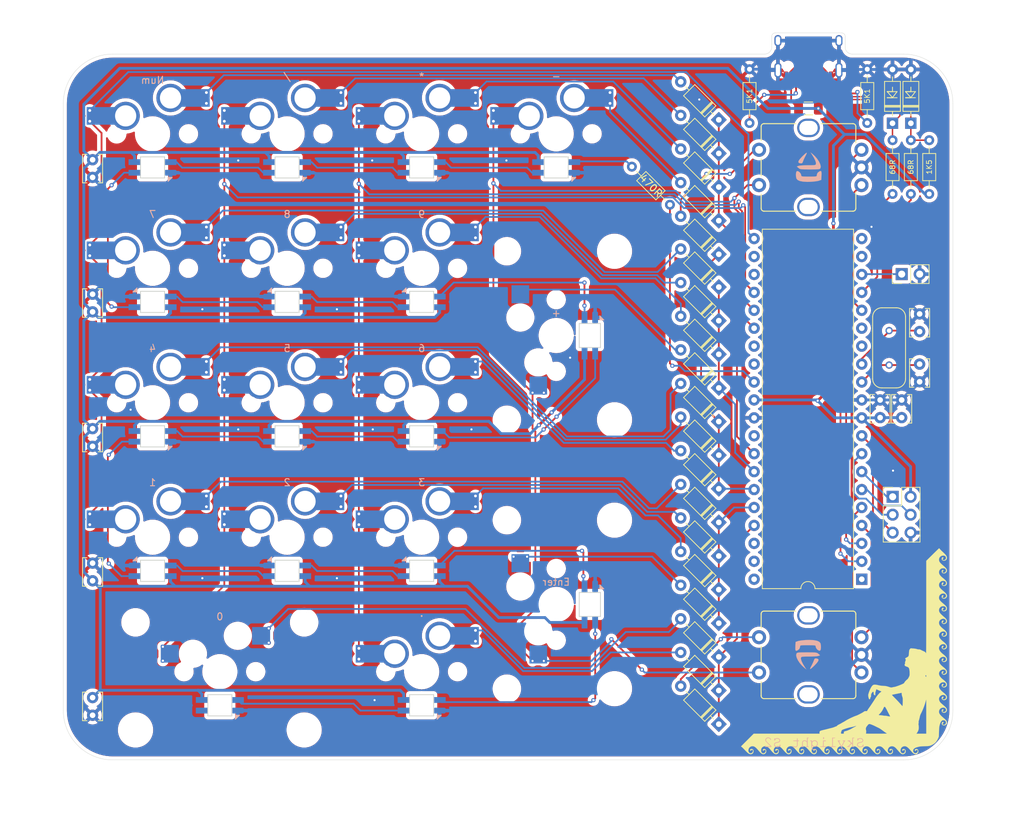
<source format=kicad_pcb>
(kicad_pcb (version 20211014) (generator pcbnew)
  (layers (0 "F.Cu" signal) (31 "B.Cu" signal) (34 "B.Paste" user) (35 "F.Paste" user) (36 "B.SilkS" user "B.Silkscreen") (37 "F.SilkS" user "F.Silkscreen") (38 "B.Mask" user) (39 "F.Mask" user) (44 "Edge.Cuts" user))
  (net 0 "")
  (net 1 "+5V")
  (net 2 "row0")
  (net 3 "Net-(D0-Pad2)")
  (net 4 "Net-(D1-Pad2)")
  (net 5 "Net-(D2-Pad2)")
  (net 6 "Net-(D3-Pad2)")
  (net 7 "Net-(D4-Pad2)")
  (net 8 "row1")
  (net 9 "Net-(D5-Pad2)")
  (net 10 "Net-(D6-Pad2)")
  (net 11 "Net-(D7-Pad2)")
  (net 12 "row2")
  (net 13 "Net-(D8-Pad2)")
  (net 14 "Net-(D9-Pad2)")
  (net 15 "Net-(D10-Pad2)")
  (net 16 "row3")
  (net 17 "Net-(D11-Pad2)")
  (net 18 "Net-(D12-Pad2)")
  (net 19 "Net-(D13-Pad2)")
  (net 20 "Net-(D14-Pad2)")
  (net 21 "row4")
  (net 22 "Net-(D15-Pad2)")
  (net 23 "Net-(D16-Pad2)")
  (net 24 "Net-(D17-Pad2)")
  (net 25 "Net-(D18-Pad2)")
  (net 26 "D+")
  (net 27 "D-")
  (net 28 "RGB_LED_DAT")
  (net 29 "RGB_LEDR1to2")
  (net 30 "RGB_LEDR3to4")
  (net 31 "RGB_LEDR0to1")
  (net 32 "RGB_LEDR2to3")
  (net 33 "col1")
  (net 34 "col3")
  (net 35 "col2")
  (net 36 "reset")
  (net 37 "jumper")
  (net 38 "col4")
  (net 39 "MISO")
  (net 40 "SCK")
  (net 41 "MOSI")
  (net 42 "col0")
  (net 43 "Net-(R1-Pad2)")
  (net 44 "Net-(R2-Pad2)")
  (net 45 "b1")
  (net 46 "b2")
  (net 48 "b3")
  (net 49 "b4")
  (net 57 "GND")
  (net 59 "Net-(LED0-Pad2)")
  (net 60 "Net-(LED1-Pad2)")
  (net 61 "Net-(LED2-Pad2)")
  (net 62 "Net-(LED4-Pad2)")
  (net 63 "Net-(LED5-Pad2)")
  (net 64 "Net-(LED6-Pad2)")
  (net 65 "Net-(LED8-Pad2)")
  (net 66 "Net-(LED10-Pad4)")
  (net 67 "Net-(LED11-Pad2)")
  (net 68 "Net-(LED12-Pad2)")
  (net 69 "Net-(LED13-Pad2)")
  (net 70 "Net-(LED15-Pad2)")
  (net 72 "VBUS")
  (net 73 "CC1")
  (net 74 "CC2")
  (net 79 "Net-(C17-Pad1)")
  (net 80 "Net-(C18-Pad1)")
  (net 81 "Net-(R6-Pad2)")
  (footprint "Diode_THT:D_DO-35_SOD27_P7.62mm_Horizontal" (layer "F.Cu") (at 189.70625 95.531077 135)
    (fp_text reference "D6" hide)
    (fp_text value "D_Small")
  )
  (footprint "Capacitor_THT:C_Disc_D3.8mm_W2.6mm_P2.50mm" (layer "F.Cu") (at 218.139 96.924 -90)
    (fp_text reference "C18" hide)
    (fp_text value "22pF")
  )
  (footprint "Diode_THT:D_DO-35_SOD27_P7.62mm_Horizontal" (layer "F.Cu") (at 189.70625 105.056077 135)
    (fp_text reference "D8" hide)
    (fp_text value "D_Small")
  )
  (footprint "Diode_THT:D_DO-35_SOD27_P7.62mm_Horizontal" (layer "F.Cu") (at 189.70625 90.768577 135)
    (fp_text reference "D5" hide)
    (fp_text value "D_Small")
  )
  (footprint "Diode_THT:D_DO-35_SOD27_P7.62mm_Horizontal" (layer "F.Cu") (at 189.70625 76.596875 135)
    (fp_text reference "D3" hide)
    (fp_text value "D_Small")
  )
  (footprint "Capacitor_THT:C_Disc_D3.8mm_W2.6mm_P2.50mm" (layer "F.Cu") (at 218.139 92.312 90)
    (fp_text reference "C17" hide)
    (fp_text value "22pF")
  )
  (footprint "MX_Only:MXOnly-1U-Hotswap-Antishear" (layer "F.Cu") (at 109.5375 121.44375)
    (fp_text reference "MX_1" hide)
    (fp_text value "MX-NoLED" hide)
  )
  (footprint "Diode_THT:D_DO-35_SOD27_P7.62mm_Horizontal" (layer "F.Cu") (at 189.70625 71.834375 135)
    (fp_text reference "D2" hide)
    (fp_text value "D_Small")
  )
  (footprint "Diode_THT:D_DO-35_SOD27_P7.62mm_Horizontal" (layer "F.Cu") (at 189.70625 67.071875 135)
    (fp_text reference "D1" hide)
    (fp_text value "D_Small")
  )
  (footprint "Diode_THT:D_DO-35_SOD27_P7.62mm_Horizontal" (layer "F.Cu") (at 189.70625 124.106077 135)
    (fp_text reference "D12" hide)
    (fp_text value "D_Small")
  )
  (footprint "Diode_THT:D_DO-35_SOD27_P7.62mm_Horizontal" (layer "F.Cu") (at 189.70625 100.293577 135)
    (fp_text reference "D7" hide)
    (fp_text value "D_Small")
  )
  (footprint "Diode_THT:D_DO-35_SOD27_P7.62mm_Horizontal" (layer "F.Cu") (at 189.70625 86.006077 135)
    (fp_text reference "D4" hide)
    (fp_text value "D_Small")
  )
  (footprint "Diode_THT:D_DO-35_SOD27_P7.62mm_Horizontal" (layer "F.Cu") (at 189.70625 62.309375 135)
    (fp_text reference "D0" hide)
    (fp_text value "D_Small" hide)
  )
  (footprint "Diode_THT:D_DO-35_SOD27_P7.62mm_Horizontal" (layer "F.Cu") (at 189.70625 119.343577 135)
    (fp_text reference "D11" hide)
    (fp_text value "D_Small")
  )
  (footprint "Diode_THT:D_DO-35_SOD27_P7.62mm_Horizontal" (layer "F.Cu") (at 189.70625 114.581077 135)
    (fp_text reference "D10" hide)
    (fp_text value "D_Small")
  )
  (footprint "Diode_THT:D_DO-35_SOD27_P7.62mm_Horizontal" (layer "F.Cu") (at 189.70625 109.818577 135)
    (fp_text reference "D9" hide)
    (fp_text value "D_Small")
  )
  (footprint "Diode_THT:D_DO-35_SOD27_P7.62mm_Horizontal" (layer "F.Cu") (at 189.70625 147.929779 135)
    (fp_text reference "D18" hide)
    (fp_text value "D_Small")
  )
  (footprint "Diode_THT:D_DO-35_SOD27_P7.62mm_Horizontal" (layer "F.Cu") (at 189.70625 143.156077 135)
    (fp_text reference "D16" hide)
    (fp_text value "D_Small")
  )
  (footprint "MX_Only:MXOnly-1U-Hotswap-Antishear" (layer "F.Cu") (at 147.6375 64.29375)
    (fp_text reference "MX_MULT1" hide)
    (fp_text value "MX-NoLED" hide)
  )
  (footprint "ECS-160-S-4X:XTAL_ECS-160-S-4X" (layer "F.Cu") (at 213.821 94.618 -90)
    (fp_text reference "Y1" hide)
    (fp_text value "ECS-160-S-4X")
  )
  (footprint "win:PEC12R-4xxF-Sxxxx" (layer "F.Cu") (at 202.40625 138.1125 90)
    (fp_text reference "S2" hide)
    (fp_text value "Bourns_PEC12R-4217F-S0024")
  )
  (footprint "MX_Only:MXOnly-1U-Hotswap-Antishear" (layer "F.Cu") (at 147.6375 121.44375)
    (fp_text reference "MX_3" hide)
    (fp_text value "MX-NoLED" hide)
  )
  (footprint "MX_Only:MXOnly-1U-Hotswap-Antishear" (layer "F.Cu") (at 128.5875 64.29375)
    (fp_text reference "MX_DIVIDE1" hide)
    (fp_text value "MX-NoLED" hide)
  )
  (footprint "MX_Only:MXOnly-2U-Hotswap" (layer "F.Cu") (at 166.6875 92.86875 90)
    (fp_text reference "MX_ADD1")
    (fp_text value "MX-NoLED")
  )
  (footprint "MX_Only:MXOnly-1U-Hotswap-Antishear" (layer "F.Cu") (at 109.5375 83.34375)
    (fp_text reference "MX_7" hide)
    (fp_text value "MX-NoLED" hide)
  )
  (footprint "MX_Only:MXOnly-1U-Hotswap-Antishear" (layer "F.Cu") (at 147.6375 140.49375)
    (fp_text reference "MX_DOT1" hide)
    (fp_text value "MX-NoLED" hide)
  )
  (footprint "MX_Only:MXOnly-1U-Hotswap-Antishear" (layer "F.Cu") (at 166.6875 64.29375)
    (fp_text reference "MX_SUB1" hide)
    (fp_text value "MX-NoLED" hide)
  )
  (footprint "MX_Only:MXOnly-2U-Hotswap" (layer "F.Cu") (at 166.6875 130.96875 90)
    (fp_text reference "MX_ENTER1" hide)
    (fp_text value "MX-NoLED")
  )
  (footprint "MX_Only:MXOnly-1U-Hotswap-Antishear" (layer "F.Cu") (at 147.6375 83.34375)
    (fp_text reference "MX_9" hide)
    (fp_text value "MX-NoLED" hide)
  )
  (footprint "MX_Only:MXOnly-1U-Hotswap-Antishear" (layer "F.Cu") (at 109.5375 102.39375)
    (fp_text reference "MX_4" hide)
    (fp_text value "MX-NoLED" hide)
  )
  (footprint "MX_Only:MXOnly-1U-Hotswap-Antishear" (layer "F.Cu") (at 128.5875 102.39375)
    (fp_text reference "MX_5" hide)
    (fp_text value "MX-NoLED" hide)
  )
  (footprint "Diode_THT:D_DO-35_SOD27_P7.62mm_Horizontal" (layer "F.Cu") (at 189.70625 133.631077 135)
    (fp_text reference "D14" hide)
    (fp_text value "D_Small")
  )
  (footprint "Diode_THT:D_DO-35_SOD27_P7.62mm_Horizontal" (layer "F.Cu") (at 189.70625 128.868577 135)
    (fp_text reference "D13" hide)
    (fp_text value "D_Small")
  )
  (footprint "Diode_THT:D_DO-35_SOD27_P7.62mm_Horizontal" (layer "F.Cu") (at 189.70625 138.393577 135)
    (fp_text reference "D15" hide)
    (fp_text value "D_Small")
  )
  (footprint "MX_Only:MXOnly-1U-Hotswap-Antishear" (layer "F.Cu") (at 109.5375 64.29375)
    (fp_text reference "MX_NUM1" hide)
    (fp_text value "MX-NoLED" hide)
  )
  (footprint "MX_Only:MXOnly-1U-Hotswap-Antishear" (layer "F.Cu") (at 128.5875 83.34375)
    (fp_text reference "MX_8" hide)
    (fp_text value "MX-NoLED" hide)
  )
  (footprint "MX_Only:MXOnly-1U-Hotswap-Antishear" (layer "F.Cu") (at 128.5875 121.44375)
    (fp_text reference "MX_2" hide)
    (fp_text value "MX-NoLED" hide)
  )
  (footprint "Diode_THT:D_DO-35_SOD27_P7.62mm_Horizontal" (layer "F.Cu") (at 189.70625 81.359375 135)
    (fp_text reference "D17" hide)
    (fp_text value "D_Small")
  )
  (footprint "Package_DIP:DIP-40_W15.24mm" (layer "F.Cu") (at 209.946875 127.396875 180)
    (fp_text reference "U1" hide)
    (fp_text value "ATmega32A-PU")
  )
  (footprint "Resistor_THT:R_Axial_DIN0204_L3.6mm_D1.6mm_P7.62mm_Horizontal" (layer "F.Cu") (at 216.9 65.2 -90)
    (fp_text reference "R2" hide)
    (fp_text value "68R")
  )
  (footprint "Resistor_THT:R_Axial_DIN0204_L3.6mm_D1.6mm_P7.62mm_Horizontal" (layer "F.Cu") (at 210.725 55.14375 -90)
    (fp_text reference "R3" hide)
    (fp_text value "5K1")
  )
  (footprint "Type-C:HRO-TYPE-C-31-M-12-HandSoldering" (layer "F.Cu") (at 202.4 48.5 180)
    (fp_text reference "USB1" hide)
    (fp_text value "HRO-TYPE-C-31-M-12")
  )
  (footprint "Resistor_THT:R_Axial_DIN0204_L3.6mm_D1.6mm_P7.62mm_Horizontal" (layer "F.Cu") (at 214.3125 65.196875 -90)
    (fp_text reference "R1" hide)
    (fp_text value "68R")
  )
  (footprint "win:PEC12R-4xxF-Sxxxx" (layer "F.Cu") (at 202.40625 69.05625 90)
    (fp_text reference "S1" hide)
    (fp_text value "Bourns_PEC12R-4217F-S0024")
  )
  (footprint "Fuse:Fuse_1206_3216Metric" (layer "F.Cu") (at 202.4 60.7 180)
    (fp_text reference "F1" hide)
    (fp_text value "500mA")
  )
  (footprint "art:border and silhouette" (layer "F.Cu") (at 204.9 135.1)
    (fp_text reference "ART1" hide)
    (fp_text value "ARTWORK" hide)
  )
  (footprint "Capacitor_THT:C_Disc_D3.8mm_W2.6mm_P2.50mm" (layer "F.Cu") (at 212.551 102.004 -90)
    (fp_text reference "C8" hide)
    (fp_text value "100nF" hide)
  )
  (footprint "Capacitor_THT:C_Disc_D3.8mm_W2.6mm_P2.50mm" (layer "F.Cu") (at 215.599 102.004 -90)
    (fp_text reference "C9" hide)
    (fp_text value "4.7uF" hide)
  )
  (footprint "Diode_THT:D_DO-35_SOD27_P7.62mm_Horizontal" (layer "F.Cu") (at 216.9 62.8 90)
    (fp_text reference "D19" hide)
    (fp_text value "D_Zener" hide)
  )
  (footprint "Resistor_THT:R_Axial_DIN0204_L3.6mm_D1.6mm_P7.62mm_Horizontal" (layer "F.Cu") (at 194.05625 55.14375 -90)
    (fp_text reference "R4" hide)
    (fp_text value "5K1")
  )
  (footprint "Resistor_THT:R_Axial_DIN0204_L3.6mm_D1.6mm_P7.62mm_Horizontal" (layer "F.Cu") (at 219.5 65.2 -90)
    (fp_text reference "R5" hide)
    (fp_text value "1K5")
  )
  (footprint "Diode_THT:D_DO-35_SOD27_P7.62mm_Horizontal" (layer "F.Cu") (at 214.3 62.8 90)
    (fp_text reference "D20" hide)
    (fp_text value "D_Zener" hide)
  )
  (footprint "MX_Only:MXOnly-1U-Hotswap-Antishear" (layer "F.Cu") (at 147.6375 102.39375)
    (fp_text reference "MX_6" hide)
    (fp_text value "MX-NoLED" hide)
  )
  (footprint "MX_Only:MXOnly-2U-Hotswap" (layer "F.Cu") (at 119.0625 140.49375)
    (fp_text reference "MX_0" hide)
    (fp_text value "MX-NoLED" hide)
  )
  (footprint "Resistor_THT:R_Axial_DIN0204_L3.6mm_D1.6mm_P7.62mm_Horizontal" (layer "F.Cu") (at 177.4 68.95 -45)
    (fp_text reference "R6" hide)
    (fp_text value "470R")
  )
  (footprint "Capacitor_THT:C_Disc_D3.8mm_W2.6mm_P2.50mm" (layer "F.Cu") (at 101.045 70.468 90)
    (fp_text reference "C3" hide)
    (fp_text value "0.1uF")
  )
  (footprint "Capacitor_THT:C_Disc_D3.8mm_W2.6mm_P2.50mm" (layer "F.Cu") (at 101.045 127.618 90)
    (fp_text reference "C6" hide)
    (fp_text value "0.1uF")
  )
  (footprint "Capacitor_THT:C_Disc_D3.8mm_W2.6mm_P2.50mm" (layer "F.Cu") (at 101.045 146.668 90)
    (fp_text reference "C7" hide)
    (fp_text value "0.1uF")
  )
  (footprint "Connector_PinHeader_2.54mm:PinHeader_2x03_P2.54mm_Vertical" (layer "F.Cu") (at 214.324 115.715)
    (fp_text reference "J3" hide)
    (fp_text value "ISP")
  )
  (footprint "Connector_PinHeader_2.54mm:PinHeader_1x02_P2.54mm_Vertical" (layer "F.Cu") (at 215.606 84.172 90)
    (fp_text reference "J2" hide)
    (fp_text value "Conn_01x02_Female")
  )
  (footprint "Capacitor_THT:C_Disc_D3.8mm_W2.6mm_P2.50mm" (layer "F.Cu") (at 101.045 108.568 90)
    (fp_text reference "C5" hide)
    (fp_text value "0.1uF")
  )
  (footprint "Capacitor_THT:C_Disc_D3.8mm_W2.6mm_P2.50mm" (layer "F.Cu") (at 101.045 89.518 90)
    (fp_text reference "C4" hide)
    (fp_text value "0.1uF")
  )
  (footprint "Keebio-Parts:SK6812-MINI-E" (layer "B.Cu") (at 166.6875 69.05625)
    (fp_text reference "LED0" hide)
    (fp_text value "SK6812MINI-E_3228" hide)
    (fp_line (start 1.7 1.5) (end 1.7 -1.5) (layer "Edge.Cuts") (width 0.12))
    (fp_line (start -1.7 -1.5) (end -1.7 1.5) (layer "Edge.Cuts") (width 0.12))
    (fp_line (start -1.7 1.5) (end 1.7 1.5) (layer "Edge.Cuts") (width 0.12))
    (fp_line (start 1.7 -1.5) (end -1.7 -1.5) (layer "Edge.Cuts") (width 0.12))
  )
  (footprint "Keebio-Parts:SK6812-MINI-E" (layer "B.Cu") (at 119.0625 145.25625)
    (fp_text reference "LED16" hide)
    (fp_text value "SK6812MINI-E_3228" hide)
    (fp_line (start 1.7 1.5) (end 1.7 -1.5) (layer "Edge.Cuts") (width 0.12))
    (fp_line (start -1.7 1.5) (end 1.7 1.5) (layer "Edge.Cuts") (width 0.12))
    (fp_line (start 1.7 -1.5) (end -1.7 -1.5) (layer "Edge.Cuts") (width 0.12))
    (fp_line (start -1.7 -1.5) (end -1.7 1.5) (layer "Edge.Cuts") (width 0.12))
  )
  (footprint "Keebio-Parts:SK6812-MINI-E" (layer "B.Cu") (at 128.5875 69.05625)
    (fp_text reference "LED2" hide)
    (fp_text value "SK6812MINI-E_3228" hide)
    (fp_line (start -1.7 1.5) (end 1.7 1.5) (layer "Edge.Cuts") (width 0.12))
    (fp_line (start 1.7 -1.5) (end -1.7 -1.5) (layer "Edge.Cuts") (width 0.12))
    (fp_line (start 1.7 1.5) (end 1.7 -1.5) (layer "Edge.Cuts") (width 0.12))
    (fp_line (start -1.7 -1.5) (end -1.7 1.5) (layer "Edge.Cuts") (width 0.12))
  )
  (footprint "Keebio-Parts:SK6812-MINI-E" (layer "B.Cu") (at 147.6375 88.10625 180)
    (fp_text reference "LED6" hide)
    (fp_text value "SK6812MINI-E_3228" hide)
    (fp_line (start -1.7 1.5) (end 1.7 1.5) (layer "Edge.Cuts") (width 0.12))
    (fp_line (start 1.7 1.5) (end 1.7 -1.5) (layer "Edge.Cuts") (width 0.12))
    (fp_line (start -1.7 -1.5) (end -1.7 1.5) (layer "Edge.Cuts") (width 0.12))
    (fp_line (start 1.7 -1.5) (end -1.7 -1.5) (layer "Edge.Cuts") (width 0.12))
  )
  (footprint "Keebio-Parts:SK6812-MINI-E" (layer "B.Cu") (at 109.5375 88.10625 180)
    (fp_text reference "LED4" hide)
    (fp_text value "SK6812MINI-E_3228" hide)
    (fp_line (start 1.7 1.5) (end 1.7 -1.5) (layer "Edge.Cuts") (width 0.12))
    (fp_line (start 1.7 -1.5) (end -1.7 -1.5) (layer "Edge.Cuts") (width 0.12))
    (fp_line (start -1.7 -1.5) (end -1.7 1.5) (layer "Edge.Cuts") (width 0.12))
    (fp_line (start -1.7 1.5) (end 1.7 1.5) (layer "Edge.Cuts") (width 0.12))
  )
  (footprint "Keebio-Parts:SK6812-MINI-E" (layer "B.Cu") (at 128.5875 88.10625 180)
    (fp_text reference "LED5" hide)
    (fp_text value "SK6812MINI-E_3228" hide)
    (fp_line (start -1.7 1.5) (end 1.7 1.5) (layer "Edge.Cuts") (width 0.12))
    (fp_line (start 1.7 1.5) (end 1.7 -1.5) (layer "Edge.Cuts") (width 0.12))
    (fp_line (start -1.7 -1.5) (end -1.7 1.5) (layer "Edge.Cuts") (width 0.12))
    (fp_line (start 1.7 -1.5) (end -1.7 -1.5) (layer "Edge.Cuts") (width 0.12))
  )
  (footprint "Keebio-Parts:SK6812-MINI-E" (layer "B.Cu") (at 128.5875 107.15625)
    (fp_text reference "LED9" hide)
    (fp_text value "SK6812MINI-E_3228" hide)
    (fp_line (start -1.7 1.5) (end 1.7 1.5) (layer "Edge.Cuts") (width 0.12))
    (fp_line (start 1.7 -1.5) (end -1.7 -1.5) (layer "Edge.Cuts") (width 0.12))
    (fp_line (start 1.7 1.5) (end 1.7 -1.5) (layer "Edge.Cuts") (width 0.12))
    (fp_line (start -1.7 -1.5) (end -1.7 1.5) (layer "Edge.Cuts") (width 0.12))
  )
  (footprint "Keebio-Parts:SK6812-MINI-E" (layer "B.Cu") (at 109.5375 126.20625 180)
    (fp_text reference "LED11" hide)
    (fp_text value "SK6812MINI-E_3228" hide)
    (fp_line (start -1.7 1.5) (end 1.7 1.5) (layer "Edge.Cuts") (width 0.12))
    (fp_line (start -1.7 -1.5) (end -1.7 1.5) (layer "Edge.Cuts") (width 0.12))
    (fp_line (start 1.7 -1.5) (end -1.7 -1.5) (layer "Edge.Cuts") (width 0.12))
    (fp_line (start 1.7 1.5) (end 1.7 -1.5) (layer "Edge.Cuts") (width 0.12))
  )
  (footprint "Keebio-Parts:SK6812-MINI-E" (layer "B.Cu") (at 147.6375 126.20625 180)
    (fp_text reference "LED13" hide)
    (fp_text value "SK6812MINI-E_3228" hide)
    (fp_line (start -1.7 -1.5) (end -1.7 1.5) (layer "Edge.Cuts") (width 0.12))
    (fp_line (start -1.7 1.5) (end 1.7 1.5) (layer "Edge.Cuts") (width 0.12))
    (fp_line (start 1.7 1.5) (end 1.7 -1.5) (layer "Edge.Cuts") (width 0.12))
    (fp_line (start 1.7 -1.5) (end -1.7 -1.5) (layer "Edge.Cuts") (width 0.12))
  )
  (footprint "Keebio-Parts:SK6812-MINI-E" (layer "B.Cu") (at 147.6375 107.15625)
    (fp_text reference "LED8" hide)
    (fp_text value "SK6812MINI-E_3228" hide)
    (fp_line (start 1.7 1.5) (end 1.7 -1.5) (layer "Edge.Cuts") (width 0.12))
    (fp_line (start 1.7 -1.5) (end -1.7 -1.5) (layer "Edge.Cuts") (width 0.12))
    (fp_line (start -1.7 -1.5) (end -1.7 1.5) (layer "Edge.Cuts") (width 0.12))
    (fp_line (start -1.7 1.5) (end 1.7 1.5) (layer "Edge.Cuts") (width 0.12))
  )
  (footprint "Keebio-Parts:SK6812-MINI-E" (layer "B.Cu") (at 128.5875 126.20625 180)
    (fp_text reference "LED12" hide)
    (fp_text value "SK6812MINI-E_3228" hide)
    (fp_line (start -1.7 -1.5) (end -1.7 1.5) (layer "Edge.Cuts") (width 0.12))
    (fp_line (start -1.7 1.5) (end 1.7 1.5) (layer "Edge.Cuts") (width 0.12))
    (fp_line (start 1.7 -1.5) (end -1.7 -1.5) (layer "Edge.Cuts") (width 0.12))
    (fp_line (start 1.7 1.5) (end 1.7 -1.5) (layer "Edge.Cuts") (width 0.12))
  )
  (footprint "Keebio-Parts:SK6812-MINI-E" (layer "B.Cu") (at 109.5375 107.15625)
    (fp_text reference "LED10" hide)
    (fp_text value "SK6812MINI-E_3228" hide)
    (fp_line (start -1.7 1.5) (end 1.7 1.5) (layer "Edge.Cuts") (width 0.12))
    (fp_line (start 1.7 1.5) (end 1.7 -1.5) (layer "Edge.Cuts") (width 0.12))
    (fp_line (start -1.7 -1.5) (end -1.7 1.5) (layer "Edge.Cuts") (width 0.12))
    (fp_line (start 1.7 -1.5) (end -1.7 -1.5) (layer "Edge.Cuts") (width 0.12))
  )
  (footprint "Keebio-Parts:SK6812-MINI-E" (layer "B.Cu") (at 171.45 130.96875 90)
    (fp_text reference "LED14" hide)
    (fp_text value "SK6812MINI-E_3228" hide)
    (fp_line (start -1.7 1.5) (end 1.7 1.5) (layer "Edge.Cuts") (width 0.12))
    (fp_line (start 1.7 -1.5) (end -1.7 -1.5) (layer "Edge.Cuts") (width 0.12))
    (fp_line (start 1.7 1.5) (end 1.7 -1.5) (layer "Edge.Cuts") (width 0.12))
    (fp_line (start -1.7 -1.5) (end -1.7 1.5) (layer "Edge.Cuts") (width 0.12))
  )
  (footprint "Keebio-Parts:SK6812-MINI-E" (layer "B.Cu") (at 171.45 92.86875 90)
    (fp_text reference "LED7" hide)
    (fp_text value "SK6812MINI-E_3228" hide)
    (fp_line (start 1.7 -1.5) (end -1.7 -1.5) (layer "Edge.Cuts") (width 0.12))
    (fp_line (start 1.7 1.5) (end 1.7 -1.5) (layer "Edge.Cuts") (width 0.12))
    (fp_line (start -1.7 1.5) (end 1.7 1.5) (layer "Edge.Cuts") (width 0.12))
    (fp_line (start -1.7 -1.5) (end -1.7 1.5) (layer "Edge.Cuts") (width 0.12))
  )
  (footprint "Keebio-Parts:SK6812-MINI-E" (layer "B.Cu") (at 147.6375 145.25625)
    (fp_text reference "LED15" hide)
    (fp_text value "SK6812MINI-E_3228" hide)
    (fp_line (start 1.7 1.5) (end 1.7 -1.5) (layer "Edge.Cuts") (width 0.12))
    (fp_line (start -1.7 -1.5) (end -1.7 1.5) (layer "Edge.Cuts") (width 0.12))
    (fp_line (start -1.7 1.5) (end 1.7 1.5) (layer "Edge.Cuts") (width 0.12))
    (fp_line (start 1.7 -1.5) (end -1.7 -1.5) (layer "Edge.Cuts") (width 0.12))
  )
  (footprint "art:avenda" (layer "B.Cu") (at 202.4 69)
    (fp_text reference "ART4" hide)
    (fp_text value "ARTWORK" hide)
  )
  (footprint "art:avenda" (layer "B.Cu") (at 202.4 138.1 180)
    (fp_text reference "ART4" hide)
    (fp_text value "ARTWORK" hide)
  )
  (footprint "Keebio-Parts:SK6812-MINI-E" (layer "B.Cu") (at 147.6375 69.05625)
    (fp_text reference "LED1" hide)
    (fp_text value "SK6812MINI-E_3228" hide)
    (fp_line (start -1.7 -1.5) (end -1.7 1.5) (layer "Edge.Cuts") (width 0.12))
    (fp_line (start -1.7 1.5) (end 1.7 1.5) (layer "Edge.Cuts") (width 0.12))
    (fp_line (start 1.7 1.5) (end 1.7 -1.5) (layer "Edge.Cuts") (width 0.12))
    (fp_line (start 1.7 -1.5) (end -1.7 -1.5) (layer "Edge.Cuts") (width 0.12))
  )
  (footprint "Keebio-Parts:SK6812-MINI-E" (layer "B.Cu") (at 109.5375 69.05625)
    (fp_text reference "LED3" hide)
    (fp_text value "SK6812MINI-E_3228" hide)
    (fp_line (start -1.7 1.5) (end 1.7 1.5) (layer "Edge.Cuts") (width 0.12))
    (fp_line (start 1.7 1.5) (end 1.7 -1.5) (layer "Edge.Cuts") (width 0.12))
    (fp_line (start 1.7 -1.5) (end -1.7 -1.5) (layer "Edge.Cuts") (width 0.12))
    (fp_line (start -1.7 -1.5) (end -1.7 1.5) (layer "Edge.Cuts") (width 0.12))
  )
  (footprint "art:name" (layer "B.Cu") (at 203.407 150.625 180)
    (fp_text reference "ART2" hide)
    (fp_text value "ARTWORK" hide)
  )
  (gr_line (start 103.9 152.99375) (end 215.85625 153) (layer "Edge.Cuts") (width 0.05))
  (gr_arc (start 222.85625 146) (mid 220.805997 150.949747) (end 215.85625 153) (layer "Edge.Cuts") (width 0.05))
  (gr_line (start 222.85625 60) (end 222.85625 146) (layer "Edge.Cuts") (width 0.05))
  (gr_arc (start 215.85625 53) (mid 220.805997 55.050253) (end 222.85625 60) (layer "Edge.Cuts") (width 0.05))
  (gr_line (start 96.9 60) (end 96.9 145.99375) (layer "Edge.Cuts") (width 0.05))
  (gr_arc (start 96.9 60) (mid 98.950253 55.050253) (end 103.9 53) (layer "Edge.Cuts") (width 0.05))
  (gr_arc (start 103.9 152.99375) (mid 98.950253 150.943497) (end 96.9 145.99375) (layer "Edge.Cuts") (width 0.05))
  (gr_arc (start 208.6 53) (mid 207.892893 52.707107) (end 207.6 52) (layer "Edge.Cuts") (width 0.05))
  (gr_line (start 207.6 52) (end 207.6 50.5) (layer "Edge.Cuts") (width 0.05))
  (gr_arc (start 207.1 50) (mid 207.453553 50.146447) (end 207.6 50.5) (layer "Edge.Cuts") (width 0.05))
  (gr_line (start 197.7 50) (end 207.1 50) (layer "Edge.Cuts") (width 0.05))
  (gr_line (start 208.6 53) (end 215.85625 53) (layer "Edge.Cuts") (width 0.05))
  (gr_line (start 196.2 53) (end 103.9 53) (layer "Edge.Cuts") (width 0.05))
  (gr_arc (start 197.2 50.5) (mid 197.346447 50.146447) (end 197.7 50) (layer "Edge.Cuts") (width 0.05))
  (gr_arc (start 197.2 52) (mid 196.907107 52.707107) (end 196.2 53) (layer "Edge.Cuts") (width 0.05))
  (gr_line (start 197.2 52) (end 197.2 50.5) (layer "Edge.Cuts") (width 0.05))
  (segment (start 205.936 99.88) (end 203.708 102.108) (width 0.4) (layer "F.Cu") (net 1))
  (segment (start 205.936 76.972) (end 205.936 99.88) (width 0.4) (layer "F.Cu") (net 1))
  (segment (start 166.036 103.772) (end 164.236 105.572) (width 0.4) (layer "F.Cu") (net 1))
  (via (at 166.036 103.772) (size 0.6) (drill 0.3) (layers "F.Cu" "B.Cu") (net 1))
  (via (at 203.708 102.108) (size 0.6) (drill 0.3) (layers "F.Cu" "B.Cu") (net 1))
  (via (at 203.8 60.7) (size 0.6) (drill 0.3) (layers "F.Cu" "B.Cu") (net 1))
  (via (at 164.236 105.572) (size 0.6) (drill 0.3) (layers "F.Cu" "B.Cu") (net 1))
  (via (at 205.936 76.972) (size 0.6) (drill 0.3) (layers "F.Cu" "B.Cu") (net 1))
  (segment (start 126.60175 66.932) (end 126.699 66.932) (width 0.4) (layer "B.Cu") (net 1))
  (segment (start 150.1875 126.95625) (end 150.1875 127.7585) (width 0.4) (layer "B.Cu") (net 1))
  (segment (start 106.9875 67.4235) (end 106.496 66.932) (width 0.4) (layer "B.Cu") (net 1))
  (segment (start 196.664 60.7) (end 203.8 60.7) (width 0.4) (layer "B.Cu") (net 1))
  (segment (start 209.946875 104.536875) (end 212.518125 104.536875) (width 0.4) (layer "B.Cu") (net 1))
  (segment (start 116.5125 144.50625) (end 116.5125 143.6665) (width 0.4) (layer "B.Cu") (net 1))
  (segment (start 145.0875 143.6235) (end 144.596 143.132) (width 0.4) (layer "B.Cu") (net 1))
  (segment (start 126.0375 67.4735) (end 125.496 66.932) (width 0.4) (layer "B.Cu") (net 1))
  (segment (start 150.1875 89.6205) (end 149.508 90.3) (width 0.4) (layer "B.Cu") (net 1))
  (segment (start 106.9875 105.59625) (end 107.55175 105.032) (width 0.4) (layer "B.Cu") (net 1))
  (segment (start 165.092459 132.829229) (end 165.78198 133.51875) (width 0.4) (layer "B.Cu") (net 1))
  (segment (start 190.980194 55.016194) (end 196.664 60.7) (width 0.4) (layer "B.Cu") (net 1))
  (segment (start 145.0875 144.50625) (end 145.0875 143.6235) (width 0.4) (layer "B.Cu") (net 1))
  (segment (start 158.560229 132.829229) (end 165.092459 132.829229) (width 0.4) (layer "B.Cu") (net 1))
  (segment (start 101.045 144.168) (end 102.081 143.132) (width 0.4) (layer "B.Cu") (net 1))
  (segment (start 163.696 66.932) (end 144.576 66.932) (width 0.4) (layer "B.Cu") (net 1))
  (segment (start 150.829 128.4) (end 154.131 128.4) (width 0.4) (layer "B.Cu") (net 1))
  (segment (start 150.1875 127.7585) (end 150.829 128.4) (width 0.4) (layer "B.Cu") (net 1))
  (segment (start 102.081 66.932) (end 101.045 67.968) (width 0.4) (layer "B.Cu") (net 1))
  (segment (start 101.827 128.4) (end 112.729 128.4) (width 0.4) (layer "B.Cu") (net 1))
  (segment (start 99.802989 126.375989) (end 99.802989 107.310011) (width 0.4) (layer "B.Cu") (net 1))
  (segment (start 212.551 104.504) (end 215.599 104.504) (width 0.4) (layer "B.Cu") (net 1))
  (segment (start 126.0375 68.30625) (end 126.0375 67.49625) (width 0.4) (layer "B.Cu") (net 1))
  (segment (start 99.802989 90.760011) (end 101.045 89.518) (width 0.4) (layer "B.Cu") (net 1))
  (segment (start 101.045 106.068) (end 99.802989 104.825989) (width 0.4) (layer "B.Cu") (net 1))
  (segment (start 145.0875 106.40625) (end 145.0875 105.59625) (width 0.4) (layer "B.Cu") (net 1))
  (segment (start 145.65175 105.032) (end 145.926 105.032) (width 0.4) (layer "B.Cu") (net 1))
  (segment (start 131.1375 126.95625) (end 131.1375 127.7585) (width 0.4) (layer "B.Cu") (net 1))
  (segment (start 126.0375 105.59625) (end 126.60175 105.032) (width 0.4) (layer "B.Cu") (net 1))
  (segment (start 99.802989 104.825989) (end 99.802989 90.760011) (width 0.4) (layer "B.Cu") (net 1))
  (segment (start 101.045 106.068) (end 102.081 105.032) (width 0.4) (layer "B.Cu") (net 1))
  (segment (start 166.036 103.772) (end 170.7 99.108) (width 0.4) (layer "B.Cu") (net 1))
  (segment (start 99.802989 66.725989) (end 99.802989 60.104239) (width 0.4) (layer "B.Cu") (net 1))
  (segment (start 210.436 64.372) (end 218.884 72.82) (width 0.4) (layer "B.Cu") (net 1))
  (segment (start 164.1375 67.3735) (end 163.696 66.932) (width 0.4) (layer "B.Cu") (net 1))
  (segment (start 165.78198 133.51875) (end 170.7 133.51875) (width 0.4) (layer "B.Cu") (net 1))
  (segment (start 106.9875 106.40625) (end 106.9875 105.59625) (width 0.4) (layer "B.Cu") (net 1))
  (segment (start 154.131 128.4) (end 158.560229 132.829229) (width 0.4) (layer "B.Cu") (net 1))
  (segment (start 101.827 128.4) (end 102.136 128.709) (width 0.4) (layer "B.Cu") (net 1))
  (segment (start 104.891034 55.016194) (end 190.980194 55.016194) (width 0.4) (layer "B.Cu") (net 1))
  (segment (start 158.88504 106.780271) (end 163.027729 106.780271) (width 0.4) (layer "B.Cu") (net 1))
  (segment (start 131.1375 88.85625) (end 131.1375 89.66625) (width 0.4) (layer "B.Cu") (net 1))
  (segment (start 111.464 90.3) (end 112.729 90.3) (width 0.4) (layer "B.Cu") (net 1))
  (segment (start 131.779 90.3) (end 132.287 90.3) (width 0.4) (layer "B.Cu") (net 1))
  (segment (start 99.802989 69.210011) (end 101.045 67.968) (width 0.4) (layer "B.Cu") (net 1))
  (segment (start 212.518125 104.536875) (end 212.551 104.504) (width 0.4) (layer "B.Cu") (net 1))
  (segment (start 126.0375 67.49625) (end 126.0375 67.4735) (width 0.4) (layer "B.Cu") (net 1))
  (segment (start 106.9875 68.30625) (end 106.9875 67.4235) (width 0.4) (layer "B.Cu") (net 1))
  (segment (start 102.081 105.032) (end 157.136769 105.032) (width 0.4) (layer "B.Cu") (net 1))
  (segment (start 194.706875 101.996875) (end 203.596875 101.996875) (width 0.4) (layer "B.Cu") (net 1))
  (segment (start 106.496 66.932) (end 102.081 66.932) (width 0.4) (layer "B.Cu") (net 1))
  (segment (start 144.596 143.132) (end 117.047 143.132) (width 0.4) (layer "B.Cu") (net 1))
  (segment (start 207.536 64.372) (end 205.936 65.972) (width 0.4) (layer "B.Cu") (net 1))
  (segment (start 99.802989 107.310011) (end 101.045 106.068) (width 0.4) (layer "B.Cu") (net 1))
  (segment (start 206.963261 63.863261) (end 207.472 64.372) (width 0.4) (layer "B.Cu") (net 1))
  (segment (start 145.0875 67.4435) (end 144.576 66.932) (width 0.4) (layer "B.Cu") (net 1))
  (segment (start 131.1375 127.7585) (end 131.779 128.4) (width 0.4) (layer "B.Cu") (net 1))
  (segment (start 218.884 72.82) (end 219.5 72.82) (width 0.4) (layer "B.Cu") (net 1))
  (segment (start 131.1375 89.66625) (end 131.1375 89.6705) (width 0.4) (layer "B.Cu") (net 1))
  (segment (start 112.0875 89.6765) (end 111.464 90.3) (width 0.4) (layer "B.Cu") (net 1))
  (segment (start 145.0875 68.30625) (end 145.0875 67.4435) (width 0.4) (layer "B.Cu") (net 1))
  (segment (start 170.7 99.108) (end 170.7 95.41875) (width 0.4) (layer "B.Cu") (net 1))
  (segment (start 112.729 128.4) (end 131.779 128.4) (width 0.4) (layer "B.Cu") (net 1))
  (segment (start 112.0875 88.85625) (end 112.0875 89.6765) (width 0.4) (layer "B.Cu") (net 1))
  (segment (start 163.027729 106.780271) (end 164.236 105.572) (width 0.4) (layer "B.Cu") (net 1))
  (segment (start 99.802989 88.275989) (end 99.802989 69.210011) (width 0.4) (layer "B.Cu") (net 1))
  (segment (start 209.946875 104.536875) (end 216.864 111.454) (width 0.4) (layer "B.Cu") (net 1))
  (segment (start 144.576 66.932) (end 125.496 66.932) (width 0.4) (layer "B.Cu") (net 1))
  (segment (start 216.864 111.454) (end 216.864 115.715) (width 0.4) (layer "B.Cu") (net 1))
  (segment (start 112.729 90.3) (end 130.508 90.3) (width 0.4) (layer "B.Cu") (net 1))
  (segment (start 145.0875 105.59625) (end 145.65175 105.032) (width 0.4) (layer "B.Cu") (net 1))
  (segment (start 101.827 90.3) (end 111.464 90.3) (width 0.4) (layer "B.Cu") (net 1))
  (segment (start 116.5125 143.6665) (end 116.5105 143.6665) (width 0.4) (layer "B.Cu") (net 1))
  (segment (start 125.496 66.932) (end 106.496 66.932) (width 0.4) (layer "B.Cu") (net 1))
  (segment (start 99.802989 60.104239) (end 104.891034 55.016194) (width 0.4) (layer "B.Cu") (net 1))
  (segment (start 101.045 89.518) (end 99.802989 88.275989) (width 0.4) (layer "B.Cu") (net 1))
  (segment (start 206.136875 104.536875) (end 203.708 102.108) (width 0.4) (layer "B.Cu") (net 1))
  (segment (start 102.136 128.709) (end 102.136 143.077) (width 0.4) (layer "B.Cu") (net 1))
  (segment (start 101.045 89.518) (end 101.827 90.3) (width 0.4) (layer "B.Cu") (net 1))
  (segment (start 102.136 143.077) (end 102.081 143.132) (width 0.4) (layer "B.Cu") (net 1))
  (segment (start 112.0875 126.95625) (end 112.0875 127.7585) (width 0.4) (layer "B.Cu") (net 1))
  (segment (start 131.779 128.4) (end 150.829 128.4) (width 0.4) (layer "B.Cu") (net 1))
  (segment (start 144.576 66.932) (end 126.699 66.932) (width 0.4) (layer "B.Cu") (net 1))
  (segment (start 101.045 127.618) (end 99.802989 126.375989) (width 0.4) (layer "B.Cu") (net 1))
  (segment (start 209.946875 104.536875) (end 206.136875 104.536875) (width 0.4) (layer "B.Cu") (net 1))
  (segment (start 116.5105 143.6665) (end 115.976 143.132) (width 0.4) (layer "B.Cu") (net 1))
  (segment (start 115.976 143.132) (end 117.047 143.132) (width 0.4) (layer "B.Cu") (net 1))
  (segment (start 130.508 90.3) (end 131.779 90.3) (width 0.4) (layer "B.Cu") (net 1))
  (segment (start 203.596875 101.996875) (end 203.708 102.108) (width 0.4) (layer "B.Cu") (net 1))
  (segment (start 131.77125 90.3) (end 132.287 90.3) (width 0.4) (layer "B.Cu") (net 1))
  (segment (start 203.8 60.7) (end 206.963261 63.863261) (width 0.4) (layer "B.Cu") (net 1))
  (segment (start 101.045 67.968) (end 99.802989 66.725989) (width 0.4) (layer "B.Cu") (net 1))
  (segment (start 131.1375 89.6705) (end 130.508 90.3) (width 0.4) (layer "B.Cu") (net 1))
  (segment (start 205.936 65.972) (end 205.936 76.972) (width 0.4) (layer "B.Cu") (net 1))
  (segment (start 132.287 90.3) (end 149.508 90.3) (width 0.4) (layer "B.Cu") (net 1))
  (segment (start 101.045 127.618) (end 101.827 128.4) (width 0.4) (layer "B.Cu") (net 1))
  (segment (start 131.1375 88.85625) (end 131.1375 89.6585) (width 0.4) (layer "B.Cu") (net 1))
  (segment (start 126.0375 106.40625) (end 126.0375 105.59625) (width 0.4) (layer "B.Cu") (net 1))
  (segment (start 102.081 143.132) (end 115.976 143.132) (width 0.4) (layer "B.Cu") (net 1))
  (segment (start 164.1375 68.30625) (end 164.1375 67.3735) (width 0.4) (layer "B.Cu") (net 1))
  (segment (start 157.136769 105.032) (end 158.88504 106.780271) (width 0.4) (layer "B.Cu") (net 1))
  (segment (start 150.1875 88.85625) (end 150.1875 89.6205) (width 0.4) (layer "B.Cu") (net 1))
  (segment (start 112.0875 127.7585) (end 112.729 128.4) (width 0.4) (layer "B.Cu") (net 1))
  (segment (start 207.472 64.372) (end 210.436 64.372) (width 0.4) (layer "B.Cu") (net 1))
  (segment (start 126.699 66.932) (end 125.496 66.932) (width 0.4) (layer "B.Cu") (net 1))
  (segment (start 192.093102 89.855802) (end 192.093102 78.983727) (width 0.25) (layer "F.Cu") (net 2))
  (segment (start 194.706875 109.616875) (end 192.278 107.188) (width 0.25) (layer "F.Cu") (net 2))
  (segment (start 192.278 107.188) (end 192.278 90.0407) (width 0.25) (layer "F.Cu") (net 2))
  (segment (start 189.70625 71.834375) (end 189.70625 76.596875) (width 0.25) (layer "F.Cu") (net 2))
  (segment (start 189.70625 62.309375) (end 189.70625 67.071875) (width 0.25) (layer "F.Cu") (net 2))
  (segment (start 192.278 90.0407) (end 192.093102 89.855802) (width 0.25) (layer "F.Cu") (net 2))
  (segment (start 192.093102 78.983727) (end 189.70625 76.596875) (width 0.25) (layer "F.Cu") (net 2))
  (segment (start 189.70625 67.071875) (end 189.70625 71.834375) (width 0.25) (layer "F.Cu") (net 2))
  (segment (start 183.387092 55.990217) (end 184.318096 56.921221) (width 0.25) (layer "B.Cu") (net 3))
  (segment (start 117.1575 58.45175) (end 117.1575 59.97575) (width 0.25) (layer "B.Cu") (net 3))
  (segment (start 117.1575 58.45175) (end 119.619033 55.990217) (width 0.25) (layer "B.Cu") (net 3))
  (segment (start 119.619033 55.990217) (end 183.387092 55.990217) (width 0.25) (layer "B.Cu") (net 3))
  (segment (start 179.074103 56.439728) (end 184.318096 61.683721) (width 0.25) (layer "B.Cu") (net 4))
  (segment (start 136.2075 58.45175) (end 138.219522 56.439728) (width 0.25) (layer "B.Cu") (net 4))
  (segment (start 136.2075 58.45175) (end 136.2075 59.97575) (width 0.25) (layer "B.Cu") (net 4))
  (segment (start 138.219522 56.439728) (end 179.074103 56.439728) (width 0.25) (layer "B.Cu") (net 4))
  (segment (start 156.820011 56.889239) (end 174.761114 56.889239) (width 0.25) (layer "B.Cu") (net 5))
  (segment (start 174.761114 56.889239) (end 184.318096 66.446221) (width 0.25) (layer "B.Cu") (net 5))
  (segment (start 155.2575 58.45175) (end 155.2575 59.97575) (width 0.25) (layer "B.Cu") (net 5))
  (segment (start 155.2575 58.45175) (end 156.820011 56.889239) (width 0.25) (layer "B.Cu") (net 5))
  (segment (start 174.3075 59.97575) (end 174.3075 61.198125) (width 0.25) (layer "B.Cu") (net 6))
  (segment (start 174.3075 61.198125) (end 184.318096 71.208721) (width 0.25) (layer "B.Cu") (net 6))
  (segment (start 174.3075 58.45175) (end 174.3075 59.97575) (width 0.25) (layer "B.Cu") (net 6))
  (segment (start 181.036 83.872) (end 184.290077 80.617923) (width 0.25) (layer "B.Cu") (net 7))
  (segment (start 184.290077 80.617923) (end 184.318096 80.617923) (width 0.25) (layer "B.Cu") (net 7))
  (segment (start 117.1575 79.02575) (end 117.1575 77.50175) (width 0.25) (layer "B.Cu") (net 7))
  (segment (start 117.1575 77.50175) (end 119.48627 75.17298) (width 0.25) (layer "B.Cu") (net 7))
  (segment (start 119.48627 75.17298) (end 164.83698 75.17298) (width 0.25) (layer "B.Cu") (net 7))
  (segment (start 164.83698 75.17298) (end 173.536 83.872) (width 0.25) (layer "B.Cu") (net 7))
  (segment (start 173.536 83.872) (end 181.036 83.872) (width 0.25) (layer "B.Cu") (net 7))
  (segment (start 189.70625 95.531077) (end 189.70625 100.293577) (width 0.25) (layer "F.Cu") (net 8))
  (segment (start 189.70625 90.768577) (end 189.70625 95.531077) (width 0.25) (layer "F.Cu") (net 8))
  (segment (start 189.70625 86.006077) (end 189.70625 90.768577) (width 0.25) (layer "F.Cu") (net 8))
  (segment (start 189.70625 100.293577) (end 192.024 102.611327) (width 0.25) (layer "B.Cu") (net 8))
  (segment (start 192.024 102.611327) (end 192.024 109.474) (width 0.25) (layer "B.Cu") (net 8))
  (segment (start 192.024 109.474) (end 194.706875 112.156875) (width 0.25) (layer "B.Cu") (net 8))
  (segment (start 182.044423 85.380423) (end 184.318096 85.380423) (width 0.25) (layer "B.Cu") (net 9))
  (segment (start 180.98551 84.32151) (end 182.044423 85.380423) (width 0.25) (layer "B.Cu") (net 9))
  (segment (start 173.249806 84.32151) (end 180.98551 84.32151) (width 0.25) (layer "B.Cu") (net 9))
  (segment (start 164.550786 75.62249) (end 173.249806 84.32151) (width 0.25) (layer "B.Cu") (net 9))
  (segment (start 136.2075 79.02575) (end 136.2075 77.50175) (width 0.25) (layer "B.Cu") (net 9))
  (segment (start 136.2075 77.50175) (end 138.08676 75.62249) (width 0.25) (layer "B.Cu") (net 9))
  (segment (start 138.08676 75.62249) (end 164.550786 75.62249) (width 0.25) (layer "B.Cu") (net 9))
  (segment (start 164.364592 76.072) (end 173.063613 84.771021) (width 0.25) (layer "B.Cu") (net 10))
  (segment (start 155.2575 79.02575) (end 155.2575 77.50175) (width 0.25) (layer "B.Cu") (net 10))
  (segment (start 155.2575 77.50175) (end 156.68725 76.072) (width 0.25) (layer "B.Cu") (net 10))
  (segment (start 173.063613 84.771021) (end 180.735021 84.771021) (width 0.25) (layer "B.Cu") (net 10))
  (segment (start 156.68725 76.072) (end 164.364592 76.072) (width 0.25) (layer "B.Cu") (net 10))
  (segment (start 180.735021 84.771021) (end 184.336 88.372) (width 0.25) (layer "B.Cu") (net 10))
  (segment (start 184.336 88.372) (end 184.336 90.125019) (width 0.25) (layer "B.Cu") (net 10))
  (segment (start 184.336 90.125019) (end 184.318096 90.142923) (width 0.25) (layer "B.Cu") (net 10))
  (segment (start 183.551423 94.905423) (end 184.318096 94.905423) (width 0.25) (layer "B.Cu") (net 11))
  (segment (start 161.6075 87.02675) (end 162.27425 86.36) (width 0.25) (layer "B.Cu") (net 11))
  (segment (start 162.27425 86.36) (end 175.006 86.36) (width 0.25) (layer "B.Cu") (net 11))
  (segment (start 175.006 86.36) (end 183.551423 94.905423) (width 0.25) (layer "B.Cu") (net 11))
  (segment (start 187.245625 83.82) (end 189.70625 81.359375) (width 0.25) (layer "F.Cu") (net 12))
  (segment (start 187.198 102.547827) (end 187.198 83.82) (width 0.25) (layer "F.Cu") (net 12))
  (segment (start 189.70625 105.056077) (end 189.70625 109.818577) (width 0.25) (layer "F.Cu") (net 12))
  (segment (start 187.198 83.82) (end 187.245625 83.82) (width 0.25) (layer "F.Cu") (net 12))
  (segment (start 189.70625 109.818577) (end 189.70625 114.581077) (width 0.25) (layer "F.Cu") (net 12))
  (segment (start 189.70625 105.056077) (end 187.198 102.547827) (width 0.25) (layer "F.Cu") (net 12))
  (segment (start 194.591077 114.581077) (end 194.706875 114.696875) (width 0.25) (layer "B.Cu") (net 12))
  (segment (start 189.70625 114.581077) (end 194.591077 114.581077) (width 0.25) (layer "B.Cu") (net 12))
  (segment (start 181.876829 107.175171) (end 182.88 106.172) (width 0.25) (layer "B.Cu") (net 13))
  (segment (start 117.1575 98.07575) (end 117.1575 96.55175) (width 0.25) (layer "B.Cu") (net 13))
  (segment (start 182.88 101.106019) (end 184.318096 99.667923) (width 0.25) (layer "B.Cu") (net 13))
  (segment (start 155.559456 94.539728) (end 168.194899 107.175171) (width 0.25) (layer "B.Cu") (net 13))
  (segment (start 119.169522 94.539728) (end 155.559456 94.539728) (width 0.25) (layer "B.Cu") (net 13))
  (segment (start 182.88 106.172) (end 182.88 101.106019) (width 0.25) (layer "B.Cu") (net 13))
  (segment (start 168.194899 107.175171) (end 181.876829 107.175171) (width 0.25) (layer "B.Cu") (net 13))
  (segment (start 117.1575 96.55175) (end 119.169522 94.539728) (width 0.25) (layer "B.Cu") (net 13))
  (segment (start 168.008706 107.624682) (end 182.189318 107.624682) (width 0.25) (layer "B.Cu") (net 14))
  (segment (start 184.318096 105.495904) (end 184.318096 104.430423) (width 0.25) (layer "B.Cu") (net 14))
  (segment (start 136.2075 98.07575) (end 136.2075 96.55175) (width 0.25) (layer "B.Cu") (net 14))
  (segment (start 155.373263 94.989239) (end 168.008706 107.624682) (width 0.25) (layer "B.Cu") (net 14))
  (segment (start 137.770011 94.989239) (end 155.373263 94.989239) (width 0.25) (layer "B.Cu") (net 14))
  (segment (start 182.189318 107.624682) (end 184.318096 105.495904) (width 0.25) (layer "B.Cu") (net 14))
  (segment (start 136.2075 96.55175) (end 137.770011 94.989239) (width 0.25) (layer "B.Cu") (net 14))
  (segment (start 155.2575 98.07575) (end 155.2575 96.55175) (width 0.25) (layer "B.Cu") (net 15))
  (segment (start 156.24175 96.55175) (end 167.772 108.082) (width 0.25) (layer "B.Cu") (net 15))
  (segment (start 167.772 108.082) (end 182.25 108.082) (width 0.25) (layer "B.Cu") (net 15))
  (segment (start 155.2575 96.55175) (end 156.24175 96.55175) (width 0.25) (layer "B.Cu") (net 15))
  (segment (start 182.25 108.082) (end 183.360923 109.192923) (width 0.25) (layer "B.Cu") (net 15))
  (segment (start 183.360923 109.192923) (end 184.318096 109.192923) (width 0.25) (layer "B.Cu") (net 15))
  (segment (start 189.70625 124.106077) (end 189.70625 128.868577) (width 0.25) (layer "F.Cu") (net 16))
  (segment (start 189.70625 128.868577) (end 189.70625 133.631077) (width 0.25) (layer "F.Cu") (net 16))
  (segment (start 189.70625 119.343577) (end 189.70625 124.106077) (width 0.25) (layer "F.Cu") (net 16))
  (segment (start 189.764423 119.343577) (end 191.871125 117.236875) (width 0.25) (layer "B.Cu") (net 16))
  (segment (start 191.871125 117.236875) (end 194.706875 117.236875) (width 0.25) (layer "B.Cu") (net 16))
  (segment (start 189.70625 119.343577) (end 189.764423 119.343577) (width 0.25) (layer "B.Cu") (net 16))
  (segment (start 184.318096 113.955423) (end 180.925519 117.348) (width 0.25) (layer "B.Cu") (net 17))
  (segment (start 117.1575 115.60175) (end 119.18725 113.572) (width 0.25) (layer "B.Cu") (net 17))
  (segment (start 180.925519 117.348) (end 179.832 117.348) (width 0.25) (layer "B.Cu") (net 17))
  (segment (start 117.1575 117.12575) (end 117.1575 115.60175) (width 0.25) (layer "B.Cu") (net 17))
  (segment (start 119.18725 113.572) (end 176.056 113.572) (width 0.25) (layer "B.Cu") (net 17))
  (segment (start 179.832 117.348) (end 176.056 113.572) (width 0.25) (layer "B.Cu") (net 17))
  (segment (start 136.2075 117.12575) (end 136.2075 115.60175) (width 0.25) (layer "B.Cu") (net 18))
  (segment (start 175.761239 114.039239) (end 179.578 117.856) (width 0.25) (layer "B.Cu") (net 18))
  (segment (start 137.770011 114.039239) (end 175.761239 114.039239) (width 0.25) (layer "B.Cu") (net 18))
  (segment (start 183.456173 117.856) (end 184.318096 118.717923) (width 0.25) (layer "B.Cu") (net 18))
  (segment (start 179.578 117.856) (end 183.456173 117.856) (width 0.25) (layer "B.Cu") (net 18))
  (segment (start 136.2075 115.60175) (end 137.770011 114.039239) (width 0.25) (layer "B.Cu") (net 18))
  (segment (start 175.482 114.522) (end 156.33725 114.522) (width 0.25) (layer "B.Cu") (net 19))
  (segment (start 181.102 118.364) (end 179.324 118.364) (width 0.25) (layer "B.Cu") (net 19))
  (segment (start 179.324 118.364) (end 175.482 114.522) (width 0.25) (layer "B.Cu") (net 19))
  (segment (start 184.318096 123.480423) (end 184.318096 121.580096) (width 0.25) (layer "B.Cu") (net 19))
  (segment (start 155.2575 117.12575) (end 155.2575 115.60175) (width 0.25) (layer "B.Cu") (net 19))
  (segment (start 156.33725 114.522) (end 155.2575 115.60175) (width 0.25) (layer "B.Cu") (net 19))
  (segment (start 184.318096 121.580096) (end 181.102 118.364) (width 0.25) (layer "B.Cu") (net 19))
  (segment (start 160.655745 124.200532) (end 162.554532 124.200532) (width 0.25) (layer "F.Cu") (net 20))
  (segment (start 162.554532 124.200532) (end 162.56 124.206) (width 0.25) (layer "F.Cu") (net 20))
  (via (at 160.655745 124.200532) (size 0.6) (drill 0.3) (layers "F.Cu" "B.Cu") (net 20))
  (via (at 162.56 124.206) (size 0.6) (drill 0.3) (layers "F.Cu" "B.Cu") (net 20))
  (segment (start 162.56 124.206) (end 180.281173 124.206) (width 0.25) (layer "B.Cu") (net 20))
  (segment (start 180.281173 124.206) (end 184.318096 128.242923) (width 0.25) (layer "B.Cu") (net 20))
  (segment (start 162.554532 124.200532) (end 162.56 124.206) (width 0.25) (layer "B.Cu") (net 20))
  (segment (start 160.655745 124.200532) (end 162.554532 124.200532) (width 0.25) (layer "B.Cu") (net 20))
  (segment (start 189.70625 138.393577) (end 189.70625 143.156077) (width 0.25) (layer "F.Cu") (net 21))
  (segment (start 192.278 135.821827) (end 192.278 122.20575) (width 0.25) (layer "F.Cu") (net 21))
  (segment (start 189.70625 143.156077) (end 189.70625 147.929779) (width 0.25) (layer "F.Cu") (net 21))
  (segment (start 189.70625 138.393577) (end 192.278 135.821827) (width 0.25) (layer "F.Cu") (net 21))
  (segment (start 192.278 122.20575) (end 194.706875 119.776875) (width 0.25) (layer "F.Cu") (net 21))
  (segment (start 125.984 136.398) (end 125.984 134.366) (width 0.25) (layer "F.Cu") (net 22))
  (via (at 125.984 136.398) (size 0.6) (drill 0.3) (layers "F.Cu" "B.Cu") (net 22))
  (via (at 125.984 134.366) (size 0.6) (drill 0.3) (layers "F.Cu" "B.Cu") (net 22))
  (segment (start 125.984 134.366) (end 128.739771 131.610229) (width 0.25) (layer "B.Cu") (net 22))
  (segment (start 182.626 134.874) (end 184.318096 133.181904) (width 0.25) (layer "B.Cu") (net 22))
  (segment (start 171.450001 139.953999) (end 176.53 134.874) (width 0.25) (layer "B.Cu") (net 22))
  (segment (start 176.53 134.874) (end 182.626 134.874) (width 0.25) (layer "B.Cu") (net 22))
  (segment (start 184.318096 133.181904) (end 184.318096 133.005423) (width 0.25) (layer "B.Cu") (net 22))
  (segment (start 128.739771 131.610229) (end 153.835933 131.610229) (width 0.25) (layer "B.Cu") (net 22))
  (segment (start 162.179703 139.953999) (end 171.450001 139.953999) (width 0.25) (layer "B.Cu") (net 22))
  (segment (start 153.835933 131.610229) (end 162.179703 139.953999) (width 0.25) (layer "B.Cu") (net 22))
  (segment (start 155.2575 134.65175) (end 156.24175 134.65175) (width 0.25) (layer "B.Cu") (net 23))
  (segment (start 171.76249 140.40351) (end 174.398077 137.767923) (width 0.25) (layer "B.Cu") (net 23))
  (segment (start 161.99351 140.40351) (end 171.76249 140.40351) (width 0.25) (layer "B.Cu") (net 23))
  (segment (start 156.24175 134.65175) (end 161.99351 140.40351) (width 0.25) (layer "B.Cu") (net 23))
  (segment (start 174.398077 137.767923) (end 184.318096 137.767923) (width 0.25) (layer "B.Cu") (net 23))
  (segment (start 155.2575 134.65175) (end 155.2575 136.17575) (width 0.25) (layer "B.Cu") (net 23))
  (segment (start 184.318096 75.971221) (end 184.318096 73.613904) (width 0.25) (layer "F.Cu") (net 24))
  (segment (start 194.80975 66.55625) (end 191.394 69.972) (width 0.25) (layer "F.Cu") (net 24))
  (segment (start 195.40625 66.55625) (end 194.80975 66.55625) (width 0.25) (layer "F.Cu") (net 24))
  (segment (start 191.394 69.972) (end 191.262 69.972) (width 0.25) (layer "F.Cu") (net 24))
  (segment (start 184.318096 73.613904) (end 187.96 69.972) (width 0.25) (layer "F.Cu") (net 24))
  (via (at 187.96 69.972) (size 0.6) (drill 0.3) (layers "F.Cu" "B.Cu") (net 24))
  (via (at 191.262 69.972) (size 0.6) (drill 0.3) (layers "F.Cu" "B.Cu") (net 24))
  (segment (start 187.96 69.972) (end 191.262 69.972) (width 0.25) (layer "B.Cu") (net 24))
  (segment (start 184.318096 141.563904) (end 189.992 135.89) (width 0.25) (layer "F.Cu") (net 25))
  (segment (start 184.318096 142.541625) (end 184.318096 141.563904) (width 0.25) (layer "F.Cu") (net 25))
  (via (at 189.992 135.89) (size 0.6) (drill 0.3) (layers "F.Cu" "B.Cu") (net 25))
  (segment (start 190.2695 135.6125) (end 195.40625 135.6125) (width 0.25) (layer "B.Cu") (net 25))
  (segment (start 189.992 135.89) (end 190.2695 135.6125) (width 0.25) (layer "B.Cu") (net 25))
  (segment (start 202.65 55.220978) (end 202.65 56.695) (width 0.2) (layer "F.Cu") (net 26))
  (segment (start 215.345 61.755) (end 214.3 62.8) (width 0.2) (layer "F.Cu") (net 26))
  (segment (start 215.345 59.877006) (end 215.345 61.755) (width 0.2) (layer "F.Cu") (net 26))
  (segment (start 202.599511 55.170489) (end 202.65 55.220978) (width 0.2) (layer "F.Cu") (net 26))
  (segment (start 214.3 65.184375) (end 214.3125 65.196875) (width 0.2) (layer "F.Cu") (net 26))
  (segment (start 201.65 56.695) (end 201.65 58.234028) (width 0.2) (layer "F.Cu") (net 26))
  (segment (start 201.700489 55.170489) (end 202.599511 55.170489) (width 0.2) (layer "F.Cu") (net 26))
  (segment (start 214.3 62.8) (end 214.3 65.184375) (width 0.2) (layer "F.Cu") (net 26))
  (segment (start 201.65 56.695) (end 201.65 55.220978) (width 0.2) (layer "F.Cu") (net 26))
  (segment (start 201.65 55.220978) (end 201.700489 55.170489) (width 0.2) (layer "F.Cu") (net 26))
  (segment (start 214.903994 59.436) (end 215.345 59.877006) (width 0.2) (layer "F.Cu") (net 26))
  (segment (start 202.851972 59.436) (end 214.903994 59.436) (width 0.2) (layer "F.Cu") (net 26))
  (segment (start 201.65 58.234028) (end 202.851972 59.436) (width 0.2) (layer "F.Cu") (net 26))
  (segment (start 203.15 58.319372) (end 203.867117 59.036489) (width 0.2) (layer "F.Cu") (net 27))
  (segment (start 216.9 62.8) (end 216.9 65.2) (width 0.2) (layer "F.Cu") (net 27))
  (segment (start 202.15 58.169022) (end 202.200489 58.219511) (width 0.2) (layer "F.Cu") (net 27))
  (segment (start 216.9 60.867) (end 216.9 62.8) (width 0.2) (layer "F.Cu") (net 27))
  (segment (start 216.9 65.2) (end 219.5 65.2) (width 0.2) (layer "F.Cu") (net 27))
  (segment (start 203.867117 59.036489) (end 215.069489 59.036489) (width 0.2) (layer "F.Cu") (net 27))
  (segment (start 202.200489 58.219511) (end 203.099511 58.219511) (width 0.2) (layer "F.Cu") (net 27))
  (segment (start 203.15 58.169022) (end 203.15 56.695) (width 0.2) (layer "F.Cu") (net 27))
  (segment (start 203.15 58.169022) (end 203.15 58.319372) (width 0.2) (layer "F.Cu") (net 27))
  (segment (start 202.15 56.695) (end 202.15 58.169022) (width 0.2) (layer "F.Cu") (net 27))
  (segment (start 203.099511 58.219511) (end 203.15 58.169022) (width 0.2) (layer "F.Cu") (net 27))
  (segment (start 215.069489 59.036489) (end 216.9 60.867) (width 0.2) (layer "F.Cu") (net 27))
  (segment (start 169.34175 68.202) (end 169.2375 68.30625) (width 0.25) (layer "B.Cu") (net 28))
  (segment (start 177.4 68.95) (end 176.652 68.202) (width 0.25) (layer "B.Cu") (net 28))
  (segment (start 176.652 68.202) (end 169.34175 68.202) (width 0.25) (layer "B.Cu") (net 28))
  (segment (start 166.736 104.372) (end 164.926 106.182) (width 0.25) (layer "F.Cu") (net 29))
  (segment (start 164.926 106.182) (end 164.906 106.182) (width 0.25) (layer "F.Cu") (net 29))
  (via (at 166.736 104.372) (size 0.6) (drill 0.3) (layers "F.Cu" "B.Cu") (net 29))
  (via (at 164.906 106.182) (size 0.6) (drill 0.3) (layers "F.Cu" "B.Cu") (net 29))
  (segment (start 172.2 98.908) (end 166.736 104.372) (width 0.25) (layer "B.Cu") (net 29))
  (segment (start 151.526032 107.304782) (end 163.783218 107.304782) (width 0.25) (layer "B.Cu") (net 29))
  (segment (start 150.1875 106.40625) (end 150.6275 106.40625) (width 0.25) (layer "B.Cu") (net 29))
  (segment (start 150.6275 106.40625) (end 151.526032 107.304782) (width 0.25) (layer "B.Cu") (net 29))
  (segment (start 163.783218 107.304782) (end 164.906 106.182) (width 0.25) (layer "B.Cu") (net 29))
  (segment (start 172.2 95.41875) (end 172.2 98.908) (width 0.25) (layer "B.Cu") (net 29))
  (segment (start 172.212 135.128) (end 172.212 144.272) (width 0.25) (layer "F.Cu") (net 30))
  (segment (start 172.212 144.272) (end 171.958 144.526) (width 0.25) (layer "F.Cu") (net 30))
  (via (at 172.212 135.128) (size 0.6) (drill 0.3) (layers "F.Cu" "B.Cu") (net 30))
  (via (at 171.958 144.526) (size 0.6) (drill 0.3) (layers "F.Cu" "B.Cu") (net 30))
  (segment (start 172.2 133.51875) (end 172.2 135.116) (width 0.25) (layer "B.Cu") (net 30))
  (segment (start 171.678729 144.805271) (end 150.486521 144.805271) (width 0.25) (layer "B.Cu") (net 30))
  (segment (start 171.958 144.526) (end 171.678729 144.805271) (width 0.25) (layer "B.Cu") (net 30))
  (segment (start 150.486521 144.805271) (end 150.1875 144.50625) (width 0.25) (layer "B.Cu") (net 30))
  (segment (start 172.2 135.116) (end 172.212 135.128) (width 0.25) (layer "B.Cu") (net 30))
  (segment (start 103.207979 72.100021) (end 103.207979 88.243979) (width 0.25) (layer "F.Cu") (net 31))
  (segment (start 103.736 71.572) (end 103.207979 72.100021) (width 0.25) (layer "F.Cu") (net 31))
  (segment (start 103.207979 88.243979) (end 103.736 88.772) (width 0.25) (layer "F.Cu") (net 31))
  (via (at 103.736 71.572) (size 0.6) (drill 0.3) (layers "F.Cu" "B.Cu") (net 31))
  (via (at 103.736 88.772) (size 0.6) (drill 0.3) (layers "F.Cu" "B.Cu") (net 31))
  (segment (start 103.736 88.772) (end 103.82025 88.85625) (width 0.25) (layer "B.Cu") (net 31))
  (segment (start 103.82025 88.85625) (end 106.9875 88.85625) (width 0.25) (layer "B.Cu") (net 31))
  (segment (start 105.50175 69.80625) (end 103.736 71.572) (width 0.25) (layer "B.Cu") (net 31))
  (segment (start 106.9875 69.80625) (end 105.50175 69.80625) (width 0.25) (layer "B.Cu") (net 31))
  (segment (start 103.336 125.172) (end 103.207979 125.043979) (width 0.25) (layer "F.Cu") (net 32))
  (segment (start 103.207979 109.900021) (end 103.336 109.772) (width 0.25) (layer "F.Cu") (net 32))
  (segment (start 103.207979 125.043979) (end 103.207979 109.900021) (width 0.25) (layer "F.Cu") (net 32))
  (via (at 103.336 109.772) (size 0.6) (drill 0.3) (layers "F.Cu" "B.Cu") (net 32))
  (via (at 103.336 125.172) (size 0.6) (drill 0.3) (layers "F.Cu" "B.Cu") (net 32))
  (segment (start 103.336 109.772) (end 105.20175 107.90625) (width 0.25) (layer "B.Cu") (net 32))
  (segment (start 105.12025 126.95625) (end 103.336 125.172) (width 0.25) (layer "B.Cu") (net 32))
  (segment (start 106.9875 126.95625) (end 105.12025 126.95625) (width 0.25) (layer "B.Cu") (net 32))
  (segment (start 105.20175 107.90625) (end 106.9875 107.90625) (width 0.25) (layer "B.Cu") (net 32))
  (segment (start 119.6975 100.61575) (end 119.6975 118.14175) (width 0.25) (layer "F.Cu") (net 33))
  (segment (start 119.6975 128.2683) (end 110.998662 136.967138) (width 0.25) (layer "F.Cu") (net 33))
  (segment (start 119.6975 119.66575) (end 119.6975 128.2683) (width 0.25) (layer "F.Cu") (net 33))
  (segment (start 110.998 138.938) (end 110.998 136.9678) (width 0.25) (layer "F.Cu") (net 33))
  (segment (start 119.6975 62.51575) (end 119.6975 80.04175) (width 0.25) (layer "F.Cu") (net 33))
  (segment (start 119.6975 81.56575) (end 119.6975 99.09175) (width 0.25) (layer "F.Cu") (net 33))
  (segment (start 193.441635 74.697701) (end 193.165934 74.422) (width 0.25) (layer "F.Cu") (net 33))
  (segment (start 110.998 136.9678) (end 110.998662 136.967138) (width 0.25) (layer "F.Cu") (net 33))
  (segment (start 193.441635 85.491635) (end 193.441635 74.697701) (width 0.25) (layer "F.Cu") (net 33))
  (segment (start 194.706875 86.756875) (end 193.441635 85.491635) (width 0.25) (layer "F.Cu") (net 33))
  (via (at 110.998 138.938) (size 0.6) (drill 0.3) (layers "F.Cu" "B.Cu") (net 33))
  (via (at 119.6975 71.4105) (size 0.6) (drill 0.3) (layers "F.Cu" "B.Cu") (net 33))
  (via (at 110.998662 136.967138) (size 0.6) (drill 0.3) (layers "F.Cu" "B.Cu") (net 33))
  (via (at 193.165934 74.422) (size 0.6) (drill 0.3) (layers "F.Cu" "B.Cu") (net 33))
  (segment (start 119.6975 99.09175) (end 119.6975 100.61575) (width 0.25) (layer "B.Cu") (net 33))
  (segment (start 119.6975 60.99175) (end 119.6975 62.51575) (width 0.25) (layer "B.Cu") (net 33))
  (segment (start 183.250818 73.313643) (end 184.750195 74.81302) (width 0.25) (layer "B.Cu") (net 33))
  (segment (start 184.750195 74.81302) (end 192.774914 74.81302) (width 0.25) (layer "B.Cu") (net 33))
  (segment (start 119.6975 80.04175) (end 119.6975 81.56575) (width 0.25) (layer "B.Cu") (net 33))
  (segment (start 119.6975 71.4105) (end 121.600643 73.313643) (width 0.25) (layer "B.Cu") (net 33))
  (segment (start 192.774914 74.81302) (end 193.165934 74.422) (width 0.25) (layer "B.Cu") (net 33))
  (segment (start 119.6975 118.14175) (end 119.6975 119.66575) (width 0.25) (layer "B.Cu") (net 33))
  (segment (start 121.600643 73.313643) (end 183.250818 73.313643) (width 0.25) (layer "B.Cu") (net 33))
  (segment (start 192.542613 75.448613) (end 191.911499 74.817499) (width 0.25) (layer "F.Cu") (net 34))
  (segment (start 163.736 106.472) (end 163.736 131.572) (width 0.25) (layer "F.Cu") (net 34))
  (segment (start 157.7975 62.51575) (end 157.7975 71.3105) (width 0.25) (layer "F.Cu") (net 34))
  (segment (start 191.911499 73.413517) (end 191.926791 73.398225) (width 0.25) (layer "F.Cu") (net 34))
  (segment (start 164.936 138.972) (end 163.336 138.972) (width 0.25) (layer "F.Cu") (net 34))
  (segment (start 163.336 100.972) (end 157.7975 95.4335) (width 0.25) (layer "F.Cu") (net 34))
  (segment (start 192.542613 89.669609) (end 192.542613 75.448613) (width 0.25) (layer "F.Cu") (net 34))
  (segment (start 163.336 106.072) (end 163.736 106.472) (width 0.25) (layer "F.Cu") (net 34))
  (segment (start 161.736 133.572) (end 161.736 137.372) (width 0.25) (layer "F.Cu") (net 34))
  (segment (start 191.911499 74.817499) (end 191.911499 73.413517) (width 0.25) (layer "F.Cu") (net 34))
  (segment (start 163.736 131.572) (end 161.736 133.572) (width 0.25) (layer "F.Cu") (net 34))
  (segment (start 163.336 100.972) (end 163.336 106.072) (width 0.25) (layer "F.Cu") (net 34))
  (segment (start 157.7975 95.4335) (end 157.7975 71.3105) (width 0.25) (layer "F.Cu") (net 34))
  (segment (start 193.768766 71.55625) (end 191.926791 73.398225) (width 0.25) (layer "F.Cu") (net 34))
  (segment (start 163.336 100.972) (end 164.936 100.972) (width 0.25) (layer "F.Cu") (net 34))
  (segment (start 161.736 137.372) (end 163.336 138.972) (width 0.25) (layer "F.Cu") (net 34))
  (segment (start 194.706875 91.833871) (end 192.542613 89.669609) (width 0.25) (layer "F.Cu") (net 34))
  (segment (start 194.706875 91.836875) (end 194.706875 91.833871) (width 0.25) (layer "F.Cu") (net 34))
  (segment (start 195.40625 71.55625) (end 193.768766 71.55625) (width 0.25) (layer "F.Cu") (net 34))
  (segment (start 174.498 135.89) (end 178.816 140.208) (width 0.25) (layer "F.Cu") (net 34))
  (via (at 178.816 140.208) (size 0.6) (drill 0.3) (layers "F.Cu" "B.Cu") (net 34))
  (via (at 164.936 100.972) (size 0.6) (drill 0.3) (layers "F.Cu" "B.Cu") (net 34))
  (via (at 174.498 135.89) (size 0.6) (drill 0.3) (layers "F.Cu" "B.Cu") (net 34))
  (via (at 164.936 138.972) (size 0.6) (drill 0.3) (layers "F.Cu" "B.Cu") (net 34))
  (via (at 191.926791 73.398225) (size 0.6) (drill 0.3) (layers "F.Cu" "B.Cu") (net 34))
  (via (at 163.336 138.972) (size 0.6) (drill 0.3) (layers "F.Cu" "B.Cu") (net 34))
  (via (at 157.7975 71.3105) (size 0.6) (drill 0.3) (layers "F.Cu" "B.Cu") (net 34))
  (via (at 163.336 100.972) (size 0.6) (drill 0.3) (layers "F.Cu" "B.Cu") (net 34))
  (segment (start 191.411016 73.914) (end 191.926791 73.398225) (width 0.25) (layer "B.Cu") (net 34))
  (segment (start 157.7975 71.3105) (end 158.859 72.372) (width 0.25) (layer "B.Cu") (net 34))
  (segment (start 195.40625 140.6125) (end 179.2205 140.6125) (width 0.25) (layer "B.Cu") (net 34))
  (segment (start 163.336 138.972) (end 163.336 138.86525) (width 0.25) (layer "B.Cu") (net 34))
  (segment (start 179.2205 140.6125) (end 178.816 140.208) (width 0.25) (layer "B.Cu") (net 34))
  (segment (start 164.936 138.972) (end 171.67 138.972) (width 0.25) (layer "B.Cu") (net 34))
  (segment (start 163.336 138.86525) (end 164.1475 138.05375) (width 0.25) (layer "B.Cu") (net 34))
  (segment (start 183.607408 72.372) (end 185.149408 73.914) (width 0.25) (layer "B.Cu") (net 34))
  (segment (start 171.67 138.972) (end 174.498 136.144) (width 0.25) (layer "B.Cu") (net 34))
  (segment (start 174.498 136.144) (end 174.498 135.89) (width 0.25) (layer "B.Cu") (net 34))
  (segment (start 163.336 100.76525) (end 164.1475 99.95375) (width 0.25) (layer "B.Cu") (net 34))
  (segment (start 158.859 72.372) (end 183.607408 72.372) (width 0.25) (layer "B.Cu") (net 34))
  (segment (start 163.336 100.972) (end 163.336 100.76525) (width 0.25) (layer "B.Cu") (net 34))
  (segment (start 185.149408 73.914) (end 191.411016 73.914) (width 0.25) (layer "B.Cu") (net 34))
  (segment (start 157.7975 60.99175) (end 157.7975 62.51575) (width 0.25) (layer "B.Cu") (net 34))
  (segment (start 194.706875 89.296875) (end 192.992124 87.582124) (width 0.25) (layer "F.Cu") (net 35))
  (segment (start 192.992124 87.582124) (end 192.992124 75.26242) (width 0.25) (layer "F.Cu") (net 35))
  (segment (start 138.7475 81.56575) (end 138.7475 99.09175) (width 0.25) (layer "F.Cu") (net 35))
  (segment (start 138.7475 100.61575) (end 138.7475 118.14175) (width 0.25) (layer "F.Cu") (net 35))
  (segment (start 192.992124 75.26242) (end 192.537676 74.807972) (width 0.25) (layer "F.Cu") (net 35))
  (segment (start 138.7475 62.51575) (end 138.7475 80.04175) (width 0.25) (layer "F.Cu") (net 35))
  (segment (start 138.7475 119.66575) (end 138.7475 137.19175) (width 0.25) (layer "F.Cu") (net 35))
  (segment (start 192.537676 74.807972) (end 192.537676 73.914) (width 0.25) (layer "F.Cu") (net 35))
  (via (at 138.736 71.372) (size 0.6) (drill 0.3) (layers "F.Cu" "B.Cu") (net 35))
  (via (at 192.537676 73.914) (size 0.6) (drill 0.3) (layers "F.Cu" "B.Cu") (net 35))
  (segment (start 138.7475 99.09175) (end 138.7475 100.61575) (width 0.25) (layer "B.Cu") (net 35))
  (segment (start 138.7475 60.99175) (end 138.7475 62.51575) (width 0.25) (layer "B.Cu") (net 35))
  (segment (start 184.936389 74.36351) (end 192.088166 74.36351) (width 0.25) (layer "B.Cu") (net 35))
  (segment (start 138.7475 137.19175) (end 138.7475 138.71575) (width 0.25) (layer "B.Cu") (net 35))
  (segment (start 138.736 71.372) (end 140.228132 72.864132) (width 0.25) (layer "B.Cu") (net 35))
  (segment (start 138.7475 81.56575) (end 138.7475 80.04175) (width 0.25) (layer "B.Cu") (net 35))
  (segment (start 183.437012 72.864133) (end 184.936389 74.36351) (width 0.25) (layer "B.Cu") (net 35))
  (segment (start 140.228132 72.864132) (end 183.437012 72.864133) (width 0.25) (layer "B.Cu") (net 35))
  (segment (start 192.088166 74.36351) (end 192.537676 73.914) (width 0.25) (layer "B.Cu") (net 35))
  (segment (start 211.536 118.007) (end 214.324 120.795) (width 0.25) (layer "F.Cu") (net 36))
  (segment (start 211.536 108.666) (end 211.536 118.007) (width 0.25) (layer "F.Cu") (net 36))
  (segment (start 209.946875 107.076875) (end 211.536 108.666) (width 0.25) (layer "F.Cu") (net 36))
  (segment (start 215.606 84.172) (end 209.99175 84.172) (width 0.25) (layer "B.Cu") (net 37))
  (segment (start 209.99175 84.172) (end 209.946875 84.216875) (width 0.25) (layer "B.Cu") (net 37))
  (segment (start 213.505 115.715) (end 214.324 115.715) (width 0.25) (layer "B.Cu") (net 39))
  (segment (start 209.946875 112.156875) (end 213.505 115.715) (width 0.25) (layer "B.Cu") (net 39))
  (segment (start 214.324 118.255) (end 212.819 118.255) (width 0.25) (layer "B.Cu") (net 40))
  (segment (start 209.536 115.972) (end 208.822364 115.258364) (width 0.25) (layer "B.Cu") (net 40))
  (segment (start 208.822364 110.741386) (end 209.946875 109.616875) (width 0.25) (layer "B.Cu") (net 40))
  (segment (start 212.819 118.255) (end 210.536 115.972) (width 0.25) (layer "B.Cu") (net 40))
  (segment (start 208.822364 115.258364) (end 208.822364 110.741386) (width 0.25) (layer "B.Cu") (net 40))
  (segment (start 210.536 115.972) (end 209.536 115.972) (width 0.25) (layer "B.Cu") (net 40))
  (segment (start 212.931 116.967) (end 215.576 116.967) (width 0.25) (layer "B.Cu") (net 41))
  (segment (start 215.576 116.967) (end 216.864 118.255) (width 0.25) (layer "B.Cu") (net 41))
  (segment (start 209.946875 114.696875) (end 210.660875 114.696875) (width 0.25) (layer "B.Cu") (net 41))
  (segment (start 210.660875 114.696875) (end 212.931 116.967) (width 0.25) (layer "B.Cu") (net 41))
  (segment (start 102.315 97.42425) (end 100.6475 99.09175) (width 0.25) (layer "F.Cu") (net 42))
  (segment (start 102.315 83.23325) (end 102.315 97.42425) (width 0.25) (layer "F.Cu") (net 42))
  (segment (start 102.315 116.47425) (end 100.6475 118.14175) (width 0.25) (layer "F.Cu") (net 42))
  (segment (start 102.315 64.18325) (end 102.315 78.37425) (width 0.25) (layer "F.Cu") (net 42))
  (segment (start 100.6475 99.09175) (end 100.6475 100.61575) (width 0.25) (layer "F.Cu") (net 42))
  (segment (start 100.6475 62.51575) (end 102.315 64.18325) (width 0.25) (layer "F.Cu") (net 42))
  (segment (start 102.315 102.28325) (end 102.315 116.47425) (width 0.25) (layer "F.Cu") (net 42))
  (segment (start 100.6475 100.61575) (end 102.315 102.28325) (width 0.25) (layer "F.Cu") (net 42))
  (segment (start 100.6475 81.56575) (end 102.315 83.23325) (width 0.25) (layer "F.Cu") (net 42))
  (segment (start 102.315 78.37425) (end 100.6475 80.04175) (width 0.25) (layer "F.Cu") (net 42))
  (segment (start 193.906876 64.366876) (end 193.906876 78.336876) (width 0.25) (layer "B.Cu") (net 42))
  (segment (start 106.098545 55.540705) (end 185.080705 55.540705) (width 0.25) (layer "B.Cu") (net 42))
  (segment (start 100.6475 118.14175) (end 100.6475 119.66575) (width 0.25) (layer "B.Cu") (net 42))
  (segment (start 100.6475 81.56575) (end 100.6475 80.04175) (width 0.25) (layer "B.Cu") (net 42))
  (segment (start 185.080705 55.540705) (end 193.906876 64.366876) (width 0.25) (layer "B.Cu") (net 42))
  (segment (start 100.6475 60.99175) (end 106.098545 55.540705) (width 0.25) (layer "B.Cu") (net 42))
  (segment (start 193.906876 78.336876) (end 194.706875 79.136875) (width 0.25) (layer "B.Cu") (net 42))
  (segment (start 100.6475 60.99175) (end 100.6475 62.51575) (width 0.25) (layer "B.Cu") (net 42))
  (segment (start 208.741 78.388375) (end 208.741 88.091) (width 0.25) (layer "F.Cu") (net 43))
  (segment (start 208.741 88.091) (end 209.946875 89.296875) (width 0.25) (layer "F.Cu") (net 43))
  (segment (start 214.3125 72.816875) (end 208.741 78.388375) (width 0.25) (layer "F.Cu") (net 43))
  (segment (start 216.9 72.82) (end 216.9 73.676) (width 0.25) (layer "F.Cu") (net 44))
  (segment (start 212.146 78.43) (end 212.146 84.55775) (width 0.25) (layer "F.Cu") (net 44))
  (segment (start 212.146 84.55775) (end 209.946875 86.756875) (width 0.25) (layer "F.Cu") (net 44))
  (segment (start 216.9 73.676) (end 212.146 78.43) (width 0.25) (layer "F.Cu") (net 44))
  (segment (start 209.90625 66.55625) (end 206.936 69.5265) (width 0.25) (layer "F.Cu") (net 45))
  (segment (start 206.936 69.5265) (end 206.936 123.772) (width 0.25) (layer "F.Cu") (net 45))
  (via (at 206.936 123.772) (size 0.6) (drill 0.3) (layers "F.Cu" "B.Cu") (net 45))
  (segment (start 208.020875 124.856875) (end 206.936 123.772) (width 0.25) (layer "B.Cu") (net 45))
  (segment (start 209.946875 124.856875) (end 208.020875 124.856875) (width 0.25) (layer "B.Cu") (net 45))
  (segment (start 207.736 73.7265) (end 209.90625 71.55625) (width 0.25) (layer "F.Cu") (net 46))
  (segment (start 207.736 121.772) (end 207.736 73.7265) (width 0.25) (layer "F.Cu") (net 46))
  (via (at 207.736 121.772) (size 0.6) (drill 0.3) (layers "F.Cu" "B.Cu") (net 46))
  (segment (start 209.946875 122.316875) (end 208.280875 122.316875) (width 0.25) (layer "B.Cu") (net 46))
  (segment (start 208.280875 122.316875) (end 207.736 121.772) (width 0.25) (layer "B.Cu") (net 46))
  (segment (start 209.946875 119.776875) (end 211.336 121.166) (width 0.25) (layer "F.Cu") (net 48))
  (segment (start 211.336 121.166) (end 211.336 134.18275) (width 0.25) (layer "F.Cu") (net 48))
  (segment (start 211.336 134.18275) (end 209.90625 135.6125) (width 0.25) (layer "F.Cu") (net 48))
  (segment (start 208.581739 139.287989) (end 209.90625 140.6125) (width 0.25) (layer "F.Cu") (net 49))
  (segment (start 208.581739 118.602011) (end 208.581739 139.287989) (width 0.25) (layer "F.Cu") (net 49))
  (segment (start 209.946875 117.236875) (end 208.581739 118.602011) (width 0.25) (layer "F.Cu") (net 49))
  (segment (start 205.625 56.375) (end 206.72 55.28) (width 0.4) (layer "F.Cu") (net 57))
  (segment (start 199.175 56.695) (end 199.175 56.375) (width 0.4) (layer "F.Cu") (net 57))
  (segment (start 199.175 56.375) (end 198.08 55.28) (width 0.4) (layer "F.Cu") (net 57))
  (segment (start 205.625 56.695) (end 205.625 56.375) (width 0.4) (layer "F.Cu") (net 57))
  (via (at 121.666 68.072) (size 0.6) (drill 0.3) (layers "F.Cu" "B.Cu") (net 57))
  (via (at 140.97 144.526) (size 0.6) (drill 0.3) (layers "F.Cu" "B.Cu") (net 57))
  (via (at 135.636 89.154) (size 0.6) (drill 0.3) (layers "F.Cu" "B.Cu") (net 57))
  (via (at 140.716 106.172) (size 0.6) (drill 0.3) (layers "F.Cu" "B.Cu") (net 57))
  (via (at 135.636 127.254) (size 0.6) (drill 0.3) (layers "F.Cu" "B.Cu") (net 57))
  (via (at 106.426 103.378) (size 0.6) (drill 0.3) (layers "F.Cu" "B.Cu") (net 57))
  (via (at 140.636 68.072) (size 0.6) (drill 0.3) (layers "F.Cu" "B.Cu") (net 57))
  (via (at 211.328 77.47) (size 0.6) (drill 0.3) (layers "F.Cu" "B.Cu") (net 57))
  (via (at 159.636 68.072) (size 0.6) (drill 0.3) (layers "F.Cu" "B.Cu") (net 57))
  (via (at 214.376 112.014) (size 0.6) (drill 0.3) (layers "F.Cu" "B.Cu") (net 57))
  (via (at 121.666 106.172) (size 0.6) (drill 0.3) (layers "F.Cu" "B.Cu") (net 57))
  (via (at 168.656 96.012) (size 0.6) (drill 0.3) (layers "F.Cu" "B.Cu") (net 57))
  (via (at 186.944 59.436) (size 0.6) (drill 0.3) (layers "F.Cu" "B.Cu") (net 57))
  (via (at 116.586 89.154) (size 0.6) (drill 0.3) (layers "F.Cu" "B.Cu") (net 57))
  (via (at 116.586 127.254) (size 0.6) (drill 0.3) (layers "F.Cu" "B.Cu") (net 57))
  (via (at 154.686 106.172) (size 0.6) (drill 0.3) (layers "F.Cu" "B.Cu") (net 57))
  (segment (start 212.551 102.004) (end 215.599 102.004) (width 0.4) (layer "B.Cu") (net 57))
  (segment (start 216.9 55.18) (end 206.82 55.18) (width 0.4) (layer "B.Cu") (net 57))
  (segment (start 197.94375 55.14375) (end 198.08 55.28) (width 0.4) (layer "B.Cu") (net 57))
  (segment (start 206.82 55.18) (end 206.72 55.28) (width 0.4) (layer "B.Cu") (net 57))
  (segment (start 194.05625 55.14375) (end 197.94375 55.14375) (width 0.4) (layer "B.Cu") (net 57))
  (segment (start 212.543875 101.996875) (end 212.551 102.004) (width 0.4) (layer "B.Cu") (net 57))
  (segment (start 209.946875 101.996875) (end 212.543875 101.996875) (width 0.4) (layer "B.Cu") (net 57))
  (segment (start 164.1375 69.80625) (end 163.27825 69.80625) (width 0.25) (layer "B.Cu") (net 59))
  (segment (start 151.029875 68.30625) (end 150.1875 68.30625) (width 0.25) (layer "B.Cu") (net 59))
  (segment (start 163.27825 69.80625) (end 162.56 69.088) (width 0.25) (layer "B.Cu") (net 59))
  (segment (start 151.811625 69.088) (end 151.029875 68.30625) (width 0.25) (layer "B.Cu") (net 59))
  (segment (start 162.56 69.088) (end 151.811625 69.088) (width 0.25) (layer "B.Cu") (net 59))
  (segment (start 132.842 69.088) (end 132.06025 68.30625) (width 0.25) (layer "B.Cu") (net 60))
  (segment (start 144.22825 69.80625) (end 143.51 69.088) (width 0.25) (layer "B.Cu") (net 60))
  (segment (start 143.51 69.088) (end 132.842 69.088) (width 0.25) (layer "B.Cu") (net 60))
  (segment (start 145.0875 69.80625) (end 144.22825 69.80625) (width 0.25) (layer "B.Cu") (net 60))
  (segment (start 132.06025 68.30625) (end 131.1375 68.30625) (width 0.25) (layer "B.Cu") (net 60))
  (segment (start 124.4985 69.088) (end 125.21675 69.80625) (width 0.25) (layer "B.Cu") (net 61))
  (segment (start 125.21675 69.80625) (end 126.0375 69.80625) (width 0.25) (layer "B.Cu") (net 61))
  (segment (start 113.711625 69.088) (end 124.4985 69.088) (width 0.25) (layer "B.Cu") (net 61))
  (segment (start 112.0875 68.30625) (end 112.929875 68.30625) (width 0.25) (layer "B.Cu") (net 61))
  (segment (start 112.929875 68.30625) (end 113.711625 69.088) (width 0.25) (layer "B.Cu") (net 61))
  (segment (start 112.0875 87.35625) (end 113.01025 87.35625) (width 0.25) (layer "B.Cu") (net 62))
  (segment (start 124.381625 88.138) (end 125.099875 88.85625) (width 0.25) (layer "B.Cu") (net 62))
  (segment (start 113.01025 87.35625) (end 113.792 88.138) (width 0.25) (layer "B.Cu") (net 62))
  (segment (start 125.099875 88.85625) (end 126.0375 88.85625) (width 0.25) (layer "B.Cu") (net 62))
  (segment (start 113.792 88.138) (end 124.381625 88.138) (width 0.25) (layer "B.Cu") (net 62))
  (segment (start 143.51 88.138) (end 144.22825 88.85625) (width 0.25) (layer "B.Cu") (net 63))
  (segment (start 131.1375 87.35625) (end 132.06025 87.35625) (width 0.25) (layer "B.Cu") (net 63))
  (segment (start 132.842 88.138) (end 143.51 88.138) (width 0.25) (layer "B.Cu") (net 63))
  (segment (start 144.22825 88.85625) (end 145.0875 88.85625) (width 0.25) (layer "B.Cu") (net 63))
  (segment (start 132.06025 87.35625) (end 132.842 88.138) (width 0.25) (layer "B.Cu") (net 63))
  (segment (start 170.688 88.646) (end 170.688 85.372) (width 0.25) (layer "F.Cu") (net 64))
  (via (at 170.688 88.646) (size 0.6) (drill 0.3) (layers "F.Cu" "B.Cu") (net 64))
  (via (at 170.688 85.372) (size 0.6) (drill 0.3) (layers "F.Cu" "B.Cu") (net 64))
  (segment (start 170.7 90.31875) (end 170.7 88.658) (width 0.25) (layer "B.Cu") (net 64))
  (segment (start 152.17175 85.372) (end 170.688 85.372) (width 0.25) (layer "B.Cu") (net 64))
  (segment (start 170.7 88.658) (end 170.688 88.646) (width 0.25) (layer "B.Cu") (net 64))
  (segment (start 150.1875 87.35625) (end 152.17175 85.372) (width 0.25) (layer "B.Cu") (net 64))
  (segment (start 144.276875 107.90625) (end 145.0875 107.90625) (width 0.25) (layer "B.Cu") (net 65))
  (segment (start 132.06025 106.40625) (end 132.842 107.188) (width 0.25) (layer "B.Cu") (net 65))
  (segment (start 132.842 107.188) (end 143.558625 107.188) (width 0.25) (layer "B.Cu") (net 65))
  (segment (start 143.558625 107.188) (end 144.276875 107.90625) (width 0.25) (layer "B.Cu") (net 65))
  (segment (start 131.1375 106.40625) (end 132.06025 106.40625) (width 0.25) (layer "B.Cu") (net 65))
  (segment (start 124.46 107.188) (end 125.17825 107.90625) (width 0.25) (layer "B.Cu") (net 66))
  (segment (start 112.0875 106.40625) (end 113.01025 106.40625) (width 0.25) (layer "B.Cu") (net 66))
  (segment (start 113.792 107.188) (end 124.46 107.188) (width 0.25) (layer "B.Cu") (net 66))
  (segment (start 113.01025 106.40625) (end 113.792 107.188) (width 0.25) (layer "B.Cu") (net 66))
  (segment (start 125.17825 107.90625) (end 126.0375 107.90625) (width 0.25) (layer "B.Cu") (net 66))
  (segment (start 124.50375 126.238) (end 125.222 126.95625) (width 0.25) (layer "B.Cu") (net 67))
  (segment (start 113.792 126.238) (end 124.50375 126.238) (width 0.25) (layer "B.Cu") (net 67))
  (segment (start 125.222 126.95625) (end 126.0375 126.95625) (width 0.25) (layer "B.Cu") (net 67))
  (segment (start 112.0875 125.45625) (end 113.01025 125.45625) (width 0.25) (layer "B.Cu") (net 67))
  (segment (start 113.01025 125.45625) (end 113.792 126.238) (width 0.25) (layer "B.Cu") (net 67))
  (segment (start 144.22825 126.95625) (end 145.0875 126.95625) (width 0.25) (layer "B.Cu") (net 68))
  (segment (start 132.06025 125.45625) (end 132.842 126.238) (width 0.25) (layer "B.Cu") (net 68))
  (segment (start 143.51 126.238) (end 144.22825 126.95625) (width 0.25) (layer "B.Cu") (net 68))
  (segment (start 131.1375 125.45625) (end 132.06025 125.45625) (width 0.25) (layer "B.Cu") (net 68))
  (segment (start 132.842 126.238) (end 143.51 126.238) (width 0.25) (layer "B.Cu") (net 68))
  (segment (start 170.536 126.972) (end 170.536 123.572) (width 0.25) (layer "F.Cu") (net 69))
  (segment (start 170.536 123.572) (end 170.336 123.372) (width 0.25) (layer "F.Cu") (net 69))
  (via (at 170.536 126.972) (size 0.6) (drill 0.3) (layers "F.Cu" "B.Cu") (net 69))
  (via (at 170.336 123.372) (size 0.6) (drill 0.3) (layers "F.Cu" "B.Cu") (net 69))
  (segment (start 170.536 128.25475) (end 170.7 128.41875) (width 0.25) (layer "B.Cu") (net 69))
  (segment (start 152.27175 123.372) (end 170.336 123.372) (width 0.25) (layer "B.Cu") (net 69))
  (segment (start 150.1875 125.45625) (end 152.27175 123.372) (width 0.25) (layer "B.Cu") (net 69))
  (segment (start 170.536 126.972) (end 170.536 128.25475) (width 0.25) (layer "B.Cu") (net 69))
  (segment (start 137.999 145.034) (end 138.97125 146.00625) (width 0.25) (layer "B.Cu") (net 70))
  (segment (start 138.97125 146.00625) (end 145.0875 146.00625) (width 0.25) (layer "B.Cu") (net 70))
  (segment (start 122.14025 145.034) (end 137.999 145.034) (width 0.25) (layer "B.Cu") (net 70))
  (segment (start 121.6125 144.50625) (end 122.14025 145.034) (width 0.25) (layer "B.Cu") (net 70))
  (segment (start 204.85 55.370978) (end 204.224992 54.74597) (width 0.25) (layer "F.Cu") (net 72))
  (segment (start 199.95 59.65) (end 201 60.7) (width 0.25) (layer "F.Cu") (net 72))
  (segment (start 199.95 56.695) (end 199.95 59.65) (width 0.25) (layer "F.Cu") (net 72))
  (segment (start 204.224992 54.74597) (end 200.60703 54.74597) (width 0.25) (layer "F.Cu") (net 72))
  (segment (start 199.95 55.403) (end 199.95 56.695) (width 0.25) (layer "F.Cu") (net 72))
  (segment (start 200.60703 54.74597) (end 199.95 55.403) (width 0.25) (layer "F.Cu") (net 72))
  (segment (start 204.85 56.695) (end 204.85 55.370978) (width 0.25) (layer "F.Cu") (net 72))
  (segment (start 204.002978 58.572) (end 209.136 58.572) (width 0.25) (layer "F.Cu") (net 73))
  (segment (start 209.136 58.572) (end 209.336 58.372) (width 0.25) (layer "F.Cu") (net 73))
  (segment (start 203.65 56.695) (end 203.65 58.219022) (width 0.25) (layer "F.Cu") (net 73))
  (segment (start 203.65 58.219022) (end 204.002978 58.572) (width 0.25) (layer "F.Cu") (net 73))
  (via (at 209.336 58.372) (size 0.6) (drill 0.3) (layers "F.Cu" "B.Cu") (net 73))
  (segment (start 210.725 62.76375) (end 209.336 61.37475) (width 0.25) (layer "B.Cu") (net 73))
  (segment (start 209.336 61.37475) (end 209.336 58.372) (width 0.25) (layer "B.Cu") (net 73))
  (segment (start 200.65 56.695) (end 200.65 58.513) (width 0.25) (layer "F.Cu") (net 74))
  (segment (start 194.05625 60.85175) (end 194.05625 62.76375) (width 0.25) (layer "F.Cu") (net 74))
  (segment (start 196.136 58.772) (end 194.05625 60.85175) (width 0.25) (layer "F.Cu") (net 74))
  (segment (start 200.65 58.513) (end 200.613 58.55) (width 0.25) (layer "F.Cu") (net 74))
  (via (at 196.136 58.772) (size 0.6) (drill 0.3) (layers "F.Cu" "B.Cu") (net 74))
  (via (at 200.613 58.55) (size 0.6) (drill 0.3) (layers "F.Cu" "B.Cu") (net 74))
  (segment (start 200.391 58.772) (end 196.136 58.772) (width 0.25) (layer "B.Cu") (net 74))
  (segment (start 200.613 58.55) (end 200.391 58.772) (width 0.25) (layer "B.Cu") (net 74))
  (segment (start 213.821 92.178) (end 218.005 92.178) (width 0.25) (layer "F.Cu") (net 79))
  (segment (start 209.946875 96.161125) (end 213.821 92.287) (width 0.25) (layer "F.Cu") (net 79))
  (segment (start 213.821 92.287) (end 213.821 92.178) (width 0.25) (layer "F.Cu") (net 79))
  (segment (start 218.005 92.178) (end 218.139 92.312) (width 0.25) (layer "F.Cu") (net 79))
  (segment (start 209.946875 96.916875) (end 209.946875 96.161125) (width 0.25) (layer "F.Cu") (net 79))
  (segment (start 209.946875 99.456875) (end 212.34575 97.058) (width 0.25) (layer "F.Cu") (net 80))
  (segment (start 218.005 97.058) (end 218.139 96.924) (width 0.25) (layer "F.Cu") (net 80))
  (segment (start 213.821 97.058) (end 218.005 97.058) (width 0.25) (layer "F.Cu") (net 80))
  (segment (start 212.34575 97.058) (end 213.821 97.058) (width 0.25) (layer "F.Cu") (net 80))
  (segment (start 182.788154 96.809154) (end 183.134 97.155) (width 0.25) (layer "F.Cu") (net 81))
  (segment (start 182.788154 74.338154) (end 182.788154 96.809154) (width 0.25) (layer "F.Cu") (net 81))
  (via (at 183.134 97.155) (size 0.6) (drill 0.3) (layers "F.Cu" "B.Cu") (net 81))
  (segment (start 184.912 97.917) (end 184.15 97.155) (width 0.25) (layer "B.Cu") (net 81))
  (segment (start 193.167 97.917) (end 184.912 97.917) (width 0.25) (layer "B.Cu") (net 81))
  (segment (start 194.706875 99.456875) (end 193.167 97.917) (width 0.25) (layer "B.Cu") (net 81))
  (segment (start 184.15 97.155) (end 183.134 97.155) (width 0.25) (layer "B.Cu") (net 81))
  (zone (net 57) (net_name "GND") (layer "F.Cu") (priority 1) (connect_pads (clearance 0.508)) (min_thickness 0.254) (fill yes (thermal_gap 0.508) (thermal_bridge_width 0.508))
    (polygon (pts (xy 227.936 155.372) (xy 92.936 155.372) (xy 92.936 50.372) (xy 227.936 50.372)))
  )
  (zone (net 57) (net_name "GND") (layer "B.Cu") (name "Back Ground") (priority 1) (connect_pads (clearance 0.508)) (min_thickness 0.254) (fill yes (thermal_gap 0.508) (thermal_bridge_width 0.508))
    (polygon (pts (xy 232.936 160.372) (xy 87.936 160.372) (xy 87.936 45.372) (xy 232.936 45.372)))
  )
)
</source>
